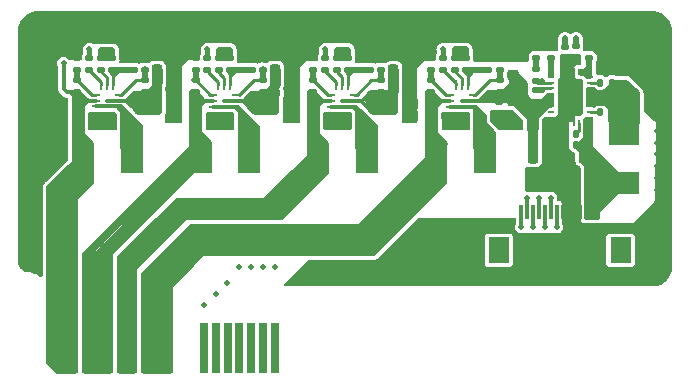
<source format=gbr>
G04 #@! TF.GenerationSoftware,KiCad,Pcbnew,(6.0.0)*
G04 #@! TF.CreationDate,2022-01-13T15:14:10+08:00*
G04 #@! TF.ProjectId,PowerSupply,506f7765-7253-4757-9070-6c792e6b6963,rev?*
G04 #@! TF.SameCoordinates,PX5e56640PY77750e0*
G04 #@! TF.FileFunction,Copper,L4,Bot*
G04 #@! TF.FilePolarity,Positive*
%FSLAX46Y46*%
G04 Gerber Fmt 4.6, Leading zero omitted, Abs format (unit mm)*
G04 Created by KiCad (PCBNEW (6.0.0)) date 2022-01-13 15:14:10*
%MOMM*%
%LPD*%
G01*
G04 APERTURE LIST*
G04 Aperture macros list*
%AMRoundRect*
0 Rectangle with rounded corners*
0 $1 Rounding radius*
0 $2 $3 $4 $5 $6 $7 $8 $9 X,Y pos of 4 corners*
0 Add a 4 corners polygon primitive as box body*
4,1,4,$2,$3,$4,$5,$6,$7,$8,$9,$2,$3,0*
0 Add four circle primitives for the rounded corners*
1,1,$1+$1,$2,$3*
1,1,$1+$1,$4,$5*
1,1,$1+$1,$6,$7*
1,1,$1+$1,$8,$9*
0 Add four rect primitives between the rounded corners*
20,1,$1+$1,$2,$3,$4,$5,0*
20,1,$1+$1,$4,$5,$6,$7,0*
20,1,$1+$1,$6,$7,$8,$9,0*
20,1,$1+$1,$8,$9,$2,$3,0*%
%AMOutline4P*
0 Free polygon, 4 corners , with rotation*
0 The origin of the aperture is its center*
0 number of corners: always 4*
0 $1 to $8 corner X, Y*
0 $9 Rotation angle, in degrees counterclockwise*
0 create outline with 4 corners*
4,1,4,$1,$2,$3,$4,$5,$6,$7,$8,$1,$2,$9*%
G04 Aperture macros list end*
G04 #@! TA.AperFunction,SMDPad,CuDef*
%ADD10R,0.240000X0.600000*%
G04 #@! TD*
G04 #@! TA.AperFunction,SMDPad,CuDef*
%ADD11R,0.600000X0.240000*%
G04 #@! TD*
G04 #@! TA.AperFunction,SMDPad,CuDef*
%ADD12R,2.050000X3.050000*%
G04 #@! TD*
G04 #@! TA.AperFunction,SMDPad,CuDef*
%ADD13R,0.240000X0.990000*%
G04 #@! TD*
G04 #@! TA.AperFunction,SMDPad,CuDef*
%ADD14R,0.517500X0.427500*%
G04 #@! TD*
G04 #@! TA.AperFunction,ConnectorPad*
%ADD15R,0.700000X3.200000*%
G04 #@! TD*
G04 #@! TA.AperFunction,ConnectorPad*
%ADD16R,0.700000X4.300000*%
G04 #@! TD*
G04 #@! TA.AperFunction,SMDPad,CuDef*
%ADD17RoundRect,0.225000X0.225000X0.250000X-0.225000X0.250000X-0.225000X-0.250000X0.225000X-0.250000X0*%
G04 #@! TD*
G04 #@! TA.AperFunction,SMDPad,CuDef*
%ADD18RoundRect,0.140000X0.140000X0.170000X-0.140000X0.170000X-0.140000X-0.170000X0.140000X-0.170000X0*%
G04 #@! TD*
G04 #@! TA.AperFunction,SMDPad,CuDef*
%ADD19RoundRect,0.140000X-0.170000X0.140000X-0.170000X-0.140000X0.170000X-0.140000X0.170000X0.140000X0*%
G04 #@! TD*
G04 #@! TA.AperFunction,SMDPad,CuDef*
%ADD20RoundRect,0.140000X0.170000X-0.140000X0.170000X0.140000X-0.170000X0.140000X-0.170000X-0.140000X0*%
G04 #@! TD*
G04 #@! TA.AperFunction,SMDPad,CuDef*
%ADD21RoundRect,0.140000X-0.140000X-0.170000X0.140000X-0.170000X0.140000X0.170000X-0.140000X0.170000X0*%
G04 #@! TD*
G04 #@! TA.AperFunction,SMDPad,CuDef*
%ADD22RoundRect,0.225000X-0.225000X-0.250000X0.225000X-0.250000X0.225000X0.250000X-0.225000X0.250000X0*%
G04 #@! TD*
G04 #@! TA.AperFunction,SMDPad,CuDef*
%ADD23R,2.500000X1.900000*%
G04 #@! TD*
G04 #@! TA.AperFunction,SMDPad,CuDef*
%ADD24RoundRect,0.135000X0.185000X-0.135000X0.185000X0.135000X-0.185000X0.135000X-0.185000X-0.135000X0*%
G04 #@! TD*
G04 #@! TA.AperFunction,SMDPad,CuDef*
%ADD25RoundRect,0.135000X-0.135000X-0.185000X0.135000X-0.185000X0.135000X0.185000X-0.135000X0.185000X0*%
G04 #@! TD*
G04 #@! TA.AperFunction,SMDPad,CuDef*
%ADD26RoundRect,0.135000X-0.185000X0.135000X-0.185000X-0.135000X0.185000X-0.135000X0.185000X0.135000X0*%
G04 #@! TD*
G04 #@! TA.AperFunction,SMDPad,CuDef*
%ADD27R,0.300000X1.300000*%
G04 #@! TD*
G04 #@! TA.AperFunction,SMDPad,CuDef*
%ADD28R,1.800000X2.200000*%
G04 #@! TD*
G04 #@! TA.AperFunction,SMDPad,CuDef*
%ADD29RoundRect,0.225000X-0.250000X0.225000X-0.250000X-0.225000X0.250000X-0.225000X0.250000X0.225000X0*%
G04 #@! TD*
G04 #@! TA.AperFunction,SMDPad,CuDef*
%ADD30RoundRect,0.225000X0.250000X-0.225000X0.250000X0.225000X-0.250000X0.225000X-0.250000X-0.225000X0*%
G04 #@! TD*
G04 #@! TA.AperFunction,SMDPad,CuDef*
%ADD31R,1.900000X2.500000*%
G04 #@! TD*
G04 #@! TA.AperFunction,SMDPad,CuDef*
%ADD32O,0.750000X0.250000*%
G04 #@! TD*
G04 #@! TA.AperFunction,SMDPad,CuDef*
%ADD33O,0.250000X0.900000*%
G04 #@! TD*
G04 #@! TA.AperFunction,SMDPad,CuDef*
%ADD34O,0.500000X0.300000*%
G04 #@! TD*
G04 #@! TA.AperFunction,SMDPad,CuDef*
%ADD35Outline4P,-0.050000X-0.150000X0.050000X-0.150000X0.050000X0.150000X-0.050000X0.150000X225.000000*%
G04 #@! TD*
G04 #@! TA.AperFunction,SMDPad,CuDef*
%ADD36Outline4P,-0.050000X-0.150000X0.050000X-0.150000X0.050000X0.150000X-0.050000X0.150000X135.000000*%
G04 #@! TD*
G04 #@! TA.AperFunction,SMDPad,CuDef*
%ADD37Outline4P,-0.050000X-0.150000X0.050000X-0.150000X0.050000X0.150000X-0.050000X0.150000X45.000000*%
G04 #@! TD*
G04 #@! TA.AperFunction,SMDPad,CuDef*
%ADD38RoundRect,0.100000X-0.525000X-0.100000X0.525000X-0.100000X0.525000X0.100000X-0.525000X0.100000X0*%
G04 #@! TD*
G04 #@! TA.AperFunction,SMDPad,CuDef*
%ADD39RoundRect,0.147500X-0.172500X0.147500X-0.172500X-0.147500X0.172500X-0.147500X0.172500X0.147500X0*%
G04 #@! TD*
G04 #@! TA.AperFunction,SMDPad,CuDef*
%ADD40RoundRect,0.275000X3.225000X0.275000X-3.225000X0.275000X-3.225000X-0.275000X3.225000X-0.275000X0*%
G04 #@! TD*
G04 #@! TA.AperFunction,SMDPad,CuDef*
%ADD41RoundRect,0.275000X0.275000X-3.225000X0.275000X3.225000X-0.275000X3.225000X-0.275000X-3.225000X0*%
G04 #@! TD*
G04 #@! TA.AperFunction,ViaPad*
%ADD42C,0.500000*%
G04 #@! TD*
G04 #@! TA.AperFunction,Conductor*
%ADD43C,0.250000*%
G04 #@! TD*
G04 #@! TA.AperFunction,Conductor*
%ADD44C,0.500000*%
G04 #@! TD*
G04 #@! TA.AperFunction,Conductor*
%ADD45C,0.700000*%
G04 #@! TD*
G04 #@! TA.AperFunction,Conductor*
%ADD46C,0.450000*%
G04 #@! TD*
G04 #@! TA.AperFunction,Conductor*
%ADD47C,0.350000*%
G04 #@! TD*
G04 #@! TA.AperFunction,Conductor*
%ADD48C,0.150000*%
G04 #@! TD*
G04 #@! TA.AperFunction,Conductor*
%ADD49C,0.900000*%
G04 #@! TD*
G04 #@! TA.AperFunction,Conductor*
%ADD50C,0.600000*%
G04 #@! TD*
G04 #@! TA.AperFunction,Conductor*
%ADD51C,0.300000*%
G04 #@! TD*
G04 APERTURE END LIST*
D10*
G04 #@! TO.P,U1,1,VCC*
G04 #@! TO.N,Net-(C4-Pad1)*
X57820000Y28470000D03*
D11*
G04 #@! TO.P,U1,2,EN*
X58720000Y28070000D03*
G04 #@! TO.P,U1,3,FSW*
G04 #@! TO.N,Net-(R7-Pad1)*
X58720000Y27570000D03*
G04 #@! TO.P,U1,4,SW_7*
G04 #@! TO.N,Net-(C39-Pad2)*
X58720000Y27070000D03*
G04 #@! TO.P,U1,5,SW_4*
X58720000Y26570000D03*
G04 #@! TO.P,U1,6,SW_5*
X58720000Y26070000D03*
G04 #@! TO.P,U1,7,SW_6*
X58720000Y25570000D03*
G04 #@! TO.P,U1,8,BOOT*
G04 #@! TO.N,Net-(C39-Pad1)*
X58720000Y25070000D03*
G04 #@! TO.P,U1,9,VIN*
G04 #@! TO.N,BAT+*
X58720000Y24570000D03*
D10*
G04 #@! TO.P,U1,10,SS*
G04 #@! TO.N,Net-(C6-Pad1)*
X57820000Y24170000D03*
G04 #@! TO.P,U1,11,NC_11*
G04 #@! TO.N,GND*
X56320000Y24170000D03*
D11*
G04 #@! TO.P,U1,12,NC_12*
X55420000Y24570000D03*
G04 #@! TO.P,U1,13,MODE*
G04 #@! TO.N,unconnected-(U1-Pad13)*
X55420000Y25070000D03*
G04 #@! TO.P,U1,14,VOUT_16*
G04 #@! TO.N,+5V*
X55420000Y25570000D03*
G04 #@! TO.P,U1,15,VOUT_14*
X55420000Y26070000D03*
G04 #@! TO.P,U1,16,VOUT_15*
X55420000Y26570000D03*
G04 #@! TO.P,U1,17,FB*
G04 #@! TO.N,Net-(R34-Pad2)*
X55420000Y27070000D03*
G04 #@! TO.P,U1,18,COMP*
G04 #@! TO.N,Net-(C3-Pad1)*
X55420000Y27570000D03*
G04 #@! TO.P,U1,19,ILIM*
G04 #@! TO.N,Net-(R2-Pad1)*
X55420000Y28070000D03*
D10*
G04 #@! TO.P,U1,20,AGND*
G04 #@! TO.N,GND*
X56320000Y28470000D03*
D12*
G04 #@! TO.P,U1,21,PGND*
X57070000Y26320000D03*
D13*
X57340000Y24360000D03*
D14*
X57070000Y24580000D03*
D13*
X56790000Y28275000D03*
D14*
X57070000Y28040000D03*
D13*
X57340000Y28275000D03*
X56790000Y24360000D03*
G04 #@! TD*
D15*
G04 #@! TO.P,PCI1,A1*
G04 #@! TO.N,+1V2*
X13050000Y5600000D03*
D16*
G04 #@! TO.P,PCI1,A2*
X14050000Y5050000D03*
G04 #@! TO.P,PCI1,A3*
X15050000Y5050000D03*
G04 #@! TO.P,PCI1,A4*
G04 #@! TO.N,+1V5*
X16050000Y5050000D03*
G04 #@! TO.P,PCI1,A5*
X17050000Y5050000D03*
G04 #@! TO.P,PCI1,A6*
X18050000Y5050000D03*
G04 #@! TO.P,PCI1,A7*
G04 #@! TO.N,+2V5*
X19050000Y5050000D03*
G04 #@! TO.P,PCI1,A8*
X20050000Y5050000D03*
G04 #@! TO.P,PCI1,A9*
G04 #@! TO.N,+3V3*
X21050000Y5050000D03*
G04 #@! TO.P,PCI1,A10*
X22050000Y5050000D03*
G04 #@! TO.P,PCI1,A11*
X23050000Y5050000D03*
G04 #@! TO.P,PCI1,A12*
G04 #@! TO.N,unconnected-(PCI1-PadA12)*
X26050000Y5050000D03*
G04 #@! TO.P,PCI1,A13*
G04 #@! TO.N,unconnected-(PCI1-PadA13)*
X27050000Y5050000D03*
G04 #@! TO.P,PCI1,A14*
G04 #@! TO.N,unconnected-(PCI1-PadA14)*
X28050000Y5050000D03*
G04 #@! TO.P,PCI1,A15*
G04 #@! TO.N,unconnected-(PCI1-PadA15)*
X29050000Y5050000D03*
G04 #@! TO.P,PCI1,A16*
G04 #@! TO.N,unconnected-(PCI1-PadA16)*
X30050000Y5050000D03*
G04 #@! TO.P,PCI1,A17*
G04 #@! TO.N,unconnected-(PCI1-PadA17)*
X31050000Y5050000D03*
G04 #@! TO.P,PCI1,A18*
G04 #@! TO.N,unconnected-(PCI1-PadA18)*
X32050000Y5050000D03*
G04 #@! TD*
D17*
G04 #@! TO.P,C1,1*
G04 #@! TO.N,BAT+*
X58255000Y21210000D03*
G04 #@! TO.P,C1,2*
G04 #@! TO.N,GND*
X56705000Y21210000D03*
G04 #@! TD*
D18*
G04 #@! TO.P,C2,1*
G04 #@! TO.N,BAT+*
X57520000Y22320000D03*
G04 #@! TO.P,C2,2*
G04 #@! TO.N,GND*
X56560000Y22320000D03*
G04 #@! TD*
D19*
G04 #@! TO.P,C3,1*
G04 #@! TO.N,Net-(C3-Pad1)*
X56600000Y30610000D03*
G04 #@! TO.P,C3,2*
G04 #@! TO.N,GND*
X56600000Y29650000D03*
G04 #@! TD*
D20*
G04 #@! TO.P,C4,1*
G04 #@! TO.N,Net-(C4-Pad1)*
X58680000Y29650000D03*
G04 #@! TO.P,C4,2*
G04 #@! TO.N,GND*
X58680000Y30610000D03*
G04 #@! TD*
G04 #@! TO.P,C5,1*
G04 #@! TO.N,Net-(C5-Pad1)*
X54140000Y29650000D03*
G04 #@! TO.P,C5,2*
G04 #@! TO.N,GND*
X54140000Y30610000D03*
G04 #@! TD*
D18*
G04 #@! TO.P,C6,1*
G04 #@! TO.N,Net-(C6-Pad1)*
X57520000Y23240000D03*
G04 #@! TO.P,C6,2*
G04 #@! TO.N,GND*
X56560000Y23240000D03*
G04 #@! TD*
D21*
G04 #@! TO.P,C39,1*
G04 #@! TO.N,Net-(C39-Pad1)*
X59580000Y25060000D03*
G04 #@! TO.P,C39,2*
G04 #@! TO.N,Net-(C39-Pad2)*
X60540000Y25060000D03*
G04 #@! TD*
D22*
G04 #@! TO.P,C40,1*
G04 #@! TO.N,+5V*
X53895000Y23250000D03*
G04 #@! TO.P,C40,2*
G04 #@! TO.N,GND*
X55445000Y23250000D03*
G04 #@! TD*
G04 #@! TO.P,C41,1*
G04 #@! TO.N,+5V*
X53905000Y22230000D03*
G04 #@! TO.P,C41,2*
G04 #@! TO.N,GND*
X55455000Y22230000D03*
G04 #@! TD*
D23*
G04 #@! TO.P,L1,1,1*
G04 #@! TO.N,BAT+*
X61620000Y19070000D03*
G04 #@! TO.P,L1,2,2*
G04 #@! TO.N,Net-(C39-Pad2)*
X61620000Y23170000D03*
G04 #@! TD*
D24*
G04 #@! TO.P,R1,1*
G04 #@! TO.N,Net-(C3-Pad1)*
X54140000Y27710000D03*
G04 #@! TO.P,R1,2*
G04 #@! TO.N,Net-(C5-Pad1)*
X54140000Y28730000D03*
G04 #@! TD*
G04 #@! TO.P,R2,1*
G04 #@! TO.N,Net-(R2-Pad1)*
X55420000Y29620000D03*
G04 #@! TO.P,R2,2*
G04 #@! TO.N,GND*
X55420000Y30640000D03*
G04 #@! TD*
D25*
G04 #@! TO.P,R7,1*
G04 #@! TO.N,Net-(R7-Pad1)*
X59550000Y27570000D03*
G04 #@! TO.P,R7,2*
G04 #@! TO.N,Net-(C39-Pad2)*
X60570000Y27570000D03*
G04 #@! TD*
D26*
G04 #@! TO.P,R8,1*
G04 #@! TO.N,Net-(R34-Pad2)*
X54140000Y26940000D03*
G04 #@! TO.P,R8,2*
G04 #@! TO.N,+5V*
X54140000Y25920000D03*
G04 #@! TD*
D24*
G04 #@! TO.P,R34,1*
G04 #@! TO.N,GND*
X57560000Y29620000D03*
G04 #@! TO.P,R34,2*
G04 #@! TO.N,Net-(R34-Pad2)*
X57560000Y30640000D03*
G04 #@! TD*
D27*
G04 #@! TO.P,J1,1,Pin_1*
G04 #@! TO.N,BAT+*
X59420000Y16605000D03*
G04 #@! TO.P,J1,2,Pin_2*
X58920000Y16605000D03*
G04 #@! TO.P,J1,3,Pin_3*
X58420000Y16605000D03*
G04 #@! TO.P,J1,4,Pin_4*
G04 #@! TO.N,GND*
X57920000Y16605000D03*
G04 #@! TO.P,J1,5,Pin_5*
X57420000Y16605000D03*
G04 #@! TO.P,J1,6,Pin_6*
X56920000Y16605000D03*
G04 #@! TO.P,J1,7,Pin_7*
X56420000Y16605000D03*
G04 #@! TO.P,J1,8,Pin_8*
G04 #@! TO.N,BAT_CHG*
X55920000Y16605000D03*
G04 #@! TO.P,J1,9,Pin_9*
G04 #@! TO.N,BAT_PG*
X55420000Y16605000D03*
G04 #@! TO.P,J1,10,Pin_10*
G04 #@! TO.N,BAT_ISET*
X54920000Y16605000D03*
G04 #@! TO.P,J1,11,Pin_11*
G04 #@! TO.N,REG_POWER*
X54420000Y16605000D03*
G04 #@! TO.P,J1,12,Pin_12*
G04 #@! TO.N,REG_CHG*
X53920000Y16605000D03*
G04 #@! TO.P,J1,13,Pin_13*
G04 #@! TO.N,REG_EN1*
X53420000Y16605000D03*
G04 #@! TO.P,J1,14,Pin_14*
G04 #@! TO.N,REG_EN2*
X52920000Y16605000D03*
D28*
G04 #@! TO.P,J1,MP*
G04 #@! TO.N,N/C*
X51020000Y13355000D03*
X61320000Y13355000D03*
G04 #@! TD*
D22*
G04 #@! TO.P,C42,1*
G04 #@! TO.N,+5V*
X53905000Y21210000D03*
G04 #@! TO.P,C42,2*
G04 #@! TO.N,GND*
X55455000Y21210000D03*
G04 #@! TD*
G04 #@! TO.P,C7,1*
G04 #@! TO.N,+5V*
X42095000Y28630000D03*
G04 #@! TO.P,C7,2*
G04 #@! TO.N,GND*
X43645000Y28630000D03*
G04 #@! TD*
G04 #@! TO.P,C8,1*
G04 #@! TO.N,+5V*
X32085000Y27620000D03*
G04 #@! TO.P,C8,2*
G04 #@! TO.N,GND*
X33635000Y27620000D03*
G04 #@! TD*
D19*
G04 #@! TO.P,C9,1*
G04 #@! TO.N,+5V*
X51070000Y25960000D03*
G04 #@! TO.P,C9,2*
G04 #@! TO.N,GND*
X51070000Y25000000D03*
G04 #@! TD*
D20*
G04 #@! TO.P,C10,1*
G04 #@! TO.N,Net-(C10-Pad1)*
X20090000Y28660000D03*
G04 #@! TO.P,C10,2*
G04 #@! TO.N,GND*
X20090000Y29620000D03*
G04 #@! TD*
D19*
G04 #@! TO.P,C11,1*
G04 #@! TO.N,+1V2*
X16340000Y29620000D03*
G04 #@! TO.P,C11,2*
G04 #@! TO.N,Net-(C11-Pad2)*
X16340000Y28660000D03*
G04 #@! TD*
D17*
G04 #@! TO.P,C12,1*
G04 #@! TO.N,+1V2*
X15345000Y25720001D03*
G04 #@! TO.P,C12,2*
G04 #@! TO.N,GND*
X13795000Y25720001D03*
G04 #@! TD*
G04 #@! TO.P,C13,1*
G04 #@! TO.N,+1V2*
X15330000Y24690000D03*
G04 #@! TO.P,C13,2*
G04 #@! TO.N,GND*
X13780000Y24690000D03*
G04 #@! TD*
D22*
G04 #@! TO.P,C14,1*
G04 #@! TO.N,+5V*
X22065000Y28640000D03*
G04 #@! TO.P,C14,2*
G04 #@! TO.N,GND*
X23615000Y28640000D03*
G04 #@! TD*
G04 #@! TO.P,C15,1*
G04 #@! TO.N,+5V*
X32084999Y28639999D03*
G04 #@! TO.P,C15,2*
G04 #@! TO.N,GND*
X33634999Y28639999D03*
G04 #@! TD*
D29*
G04 #@! TO.P,C16,1*
G04 #@! TO.N,+5V*
X52230000Y25985000D03*
G04 #@! TO.P,C16,2*
G04 #@! TO.N,GND*
X52230000Y24435000D03*
G04 #@! TD*
D22*
G04 #@! TO.P,C17,1*
G04 #@! TO.N,+5V*
X42095000Y27610000D03*
G04 #@! TO.P,C17,2*
G04 #@! TO.N,GND*
X43645000Y27610000D03*
G04 #@! TD*
D21*
G04 #@! TO.P,C18,1*
G04 #@! TO.N,+5V*
X22230000Y26630000D03*
G04 #@! TO.P,C18,2*
G04 #@! TO.N,GND*
X23190000Y26630000D03*
G04 #@! TD*
G04 #@! TO.P,C19,1*
G04 #@! TO.N,+5V*
X32210000Y26650000D03*
G04 #@! TO.P,C19,2*
G04 #@! TO.N,GND*
X33170000Y26650000D03*
G04 #@! TD*
D20*
G04 #@! TO.P,C20,1*
G04 #@! TO.N,Net-(C20-Pad1)*
X30119999Y28660000D03*
G04 #@! TO.P,C20,2*
G04 #@! TO.N,GND*
X30119999Y29620000D03*
G04 #@! TD*
G04 #@! TO.P,C21,1*
G04 #@! TO.N,Net-(C21-Pad1)*
X40100000Y28660000D03*
G04 #@! TO.P,C21,2*
G04 #@! TO.N,GND*
X40100000Y29620000D03*
G04 #@! TD*
D19*
G04 #@! TO.P,C22,1*
G04 #@! TO.N,+1V5*
X26350000Y29620000D03*
G04 #@! TO.P,C22,2*
G04 #@! TO.N,Net-(C22-Pad2)*
X26350000Y28660000D03*
G04 #@! TD*
G04 #@! TO.P,C23,1*
G04 #@! TO.N,+2V5*
X36320000Y29620000D03*
G04 #@! TO.P,C23,2*
G04 #@! TO.N,Net-(C23-Pad2)*
X36320000Y28660000D03*
G04 #@! TD*
D17*
G04 #@! TO.P,C24,1*
G04 #@! TO.N,+1V5*
X25355000Y24700000D03*
G04 #@! TO.P,C24,2*
G04 #@! TO.N,GND*
X23805000Y24700000D03*
G04 #@! TD*
G04 #@! TO.P,C25,1*
G04 #@! TO.N,+2V5*
X35315000Y25720001D03*
G04 #@! TO.P,C25,2*
G04 #@! TO.N,GND*
X33765000Y25720001D03*
G04 #@! TD*
G04 #@! TO.P,C26,1*
G04 #@! TO.N,+1V5*
X25355000Y25720001D03*
G04 #@! TO.P,C26,2*
G04 #@! TO.N,GND*
X23805000Y25720001D03*
G04 #@! TD*
G04 #@! TO.P,C27,1*
G04 #@! TO.N,+2V5*
X35315000Y24700000D03*
G04 #@! TO.P,C27,2*
G04 #@! TO.N,GND*
X33765000Y24700000D03*
G04 #@! TD*
D30*
G04 #@! TO.P,C28,1*
G04 #@! TO.N,+5V*
X52230000Y28245000D03*
G04 #@! TO.P,C28,2*
G04 #@! TO.N,GND*
X52230000Y29795000D03*
G04 #@! TD*
D22*
G04 #@! TO.P,C29,1*
G04 #@! TO.N,+5V*
X22065000Y27620000D03*
G04 #@! TO.P,C29,2*
G04 #@! TO.N,GND*
X23615000Y27620000D03*
G04 #@! TD*
D21*
G04 #@! TO.P,C30,1*
G04 #@! TO.N,+5V*
X42260000Y26650000D03*
G04 #@! TO.P,C30,2*
G04 #@! TO.N,GND*
X43220000Y26650000D03*
G04 #@! TD*
D20*
G04 #@! TO.P,C31,1*
G04 #@! TO.N,Net-(C31-Pad1)*
X50100000Y28670000D03*
G04 #@! TO.P,C31,2*
G04 #@! TO.N,GND*
X50100000Y29630000D03*
G04 #@! TD*
D19*
G04 #@! TO.P,C32,1*
G04 #@! TO.N,+3V3*
X46280000Y29620000D03*
G04 #@! TO.P,C32,2*
G04 #@! TO.N,Net-(C32-Pad2)*
X46280000Y28660000D03*
G04 #@! TD*
D17*
G04 #@! TO.P,C33,1*
G04 #@! TO.N,+3V3*
X45315000Y24700000D03*
G04 #@! TO.P,C33,2*
G04 #@! TO.N,GND*
X43765000Y24700000D03*
G04 #@! TD*
G04 #@! TO.P,C34,1*
G04 #@! TO.N,+3V3*
X45315000Y25720001D03*
G04 #@! TO.P,C34,2*
G04 #@! TO.N,GND*
X43765000Y25720001D03*
G04 #@! TD*
D31*
G04 #@! TO.P,L2,1,1*
G04 #@! TO.N,Net-(L2-Pad1)*
X19920000Y21200000D03*
G04 #@! TO.P,L2,2,2*
G04 #@! TO.N,+1V2*
X15820000Y21200000D03*
G04 #@! TD*
G04 #@! TO.P,L3,1,1*
G04 #@! TO.N,Net-(L3-Pad1)*
X29860000Y21200000D03*
G04 #@! TO.P,L3,2,2*
G04 #@! TO.N,+1V5*
X25760000Y21200000D03*
G04 #@! TD*
G04 #@! TO.P,L4,1,1*
G04 #@! TO.N,Net-(L4-Pad1)*
X39820000Y21200000D03*
G04 #@! TO.P,L4,2,2*
G04 #@! TO.N,+2V5*
X35720000Y21200000D03*
G04 #@! TD*
G04 #@! TO.P,L5,1,1*
G04 #@! TO.N,Net-(L5-Pad1)*
X49830000Y21200000D03*
G04 #@! TO.P,L5,2,2*
G04 #@! TO.N,+3V3*
X45730000Y21200000D03*
G04 #@! TD*
D26*
G04 #@! TO.P,R3,1*
G04 #@! TO.N,+5V*
X18280000Y29650000D03*
G04 #@! TO.P,R3,2*
G04 #@! TO.N,Net-(C10-Pad1)*
X18280000Y28630000D03*
G04 #@! TD*
D24*
G04 #@! TO.P,R4,1*
G04 #@! TO.N,Net-(C10-Pad1)*
X19220000Y28630000D03*
G04 #@! TO.P,R4,2*
G04 #@! TO.N,GND*
X19220000Y29650000D03*
G04 #@! TD*
G04 #@! TO.P,R5,1*
G04 #@! TO.N,+5V*
X21020000Y26800000D03*
G04 #@! TO.P,R5,2*
G04 #@! TO.N,PG_1.2*
X21020000Y27820000D03*
G04 #@! TD*
D26*
G04 #@! TO.P,R6,1*
G04 #@! TO.N,+5V*
X17360000Y29650000D03*
G04 #@! TO.P,R6,2*
G04 #@! TO.N,Net-(R6-Pad2)*
X17360000Y28630000D03*
G04 #@! TD*
D24*
G04 #@! TO.P,R9,1*
G04 #@! TO.N,+1V2*
X15330000Y26770000D03*
G04 #@! TO.P,R9,2*
G04 #@! TO.N,Net-(R10-Pad1)*
X15330000Y27790000D03*
G04 #@! TD*
G04 #@! TO.P,R10,1*
G04 #@! TO.N,Net-(R10-Pad1)*
X15330000Y28630000D03*
G04 #@! TO.P,R10,2*
G04 #@! TO.N,GND*
X15330000Y29650000D03*
G04 #@! TD*
D26*
G04 #@! TO.P,R11,1*
G04 #@! TO.N,+5V*
X28250000Y29650000D03*
G04 #@! TO.P,R11,2*
G04 #@! TO.N,Net-(C20-Pad1)*
X28250000Y28630000D03*
G04 #@! TD*
D24*
G04 #@! TO.P,R12,1*
G04 #@! TO.N,Net-(C20-Pad1)*
X29239999Y28630000D03*
G04 #@! TO.P,R12,2*
G04 #@! TO.N,GND*
X29239999Y29650000D03*
G04 #@! TD*
D26*
G04 #@! TO.P,R13,1*
G04 #@! TO.N,+5V*
X38240000Y29650000D03*
G04 #@! TO.P,R13,2*
G04 #@! TO.N,Net-(C21-Pad1)*
X38240000Y28630000D03*
G04 #@! TD*
D24*
G04 #@! TO.P,R14,1*
G04 #@! TO.N,Net-(C21-Pad1)*
X39230000Y28630000D03*
G04 #@! TO.P,R14,2*
G04 #@! TO.N,GND*
X39230000Y29650000D03*
G04 #@! TD*
G04 #@! TO.P,R15,1*
G04 #@! TO.N,+5V*
X31010000Y26800000D03*
G04 #@! TO.P,R15,2*
G04 #@! TO.N,PG_1.5*
X31010000Y27820000D03*
G04 #@! TD*
G04 #@! TO.P,R16,1*
G04 #@! TO.N,+5V*
X41060000Y26800000D03*
G04 #@! TO.P,R16,2*
G04 #@! TO.N,PG_2.5*
X41060000Y27820000D03*
G04 #@! TD*
D26*
G04 #@! TO.P,R17,1*
G04 #@! TO.N,+5V*
X27350001Y29650000D03*
G04 #@! TO.P,R17,2*
G04 #@! TO.N,Net-(R17-Pad2)*
X27350001Y28630000D03*
G04 #@! TD*
G04 #@! TO.P,R18,1*
G04 #@! TO.N,+5V*
X37320000Y29650000D03*
G04 #@! TO.P,R18,2*
G04 #@! TO.N,Net-(R18-Pad2)*
X37320000Y28630000D03*
G04 #@! TD*
D24*
G04 #@! TO.P,R19,1*
G04 #@! TO.N,+1V5*
X25349999Y26770000D03*
G04 #@! TO.P,R19,2*
G04 #@! TO.N,Net-(R19-Pad2)*
X25349999Y27790000D03*
G04 #@! TD*
G04 #@! TO.P,R20,1*
G04 #@! TO.N,Net-(R19-Pad2)*
X25350000Y28630000D03*
G04 #@! TO.P,R20,2*
G04 #@! TO.N,GND*
X25350000Y29650000D03*
G04 #@! TD*
G04 #@! TO.P,R21,1*
G04 #@! TO.N,+2V5*
X35280000Y26770000D03*
G04 #@! TO.P,R21,2*
G04 #@! TO.N,Net-(R21-Pad2)*
X35280000Y27790000D03*
G04 #@! TD*
G04 #@! TO.P,R22,1*
G04 #@! TO.N,Net-(R21-Pad2)*
X35280000Y28630000D03*
G04 #@! TO.P,R22,2*
G04 #@! TO.N,GND*
X35280000Y29650000D03*
G04 #@! TD*
D26*
G04 #@! TO.P,R23,1*
G04 #@! TO.N,+5V*
X48250000Y29650000D03*
G04 #@! TO.P,R23,2*
G04 #@! TO.N,Net-(C31-Pad1)*
X48250000Y28630000D03*
G04 #@! TD*
D24*
G04 #@! TO.P,R24,1*
G04 #@! TO.N,Net-(C31-Pad1)*
X49220000Y28640000D03*
G04 #@! TO.P,R24,2*
G04 #@! TO.N,GND*
X49220000Y29660000D03*
G04 #@! TD*
G04 #@! TO.P,R25,1*
G04 #@! TO.N,+5V*
X51080000Y26800000D03*
G04 #@! TO.P,R25,2*
G04 #@! TO.N,PG_3.3*
X51080000Y27820000D03*
G04 #@! TD*
D26*
G04 #@! TO.P,R26,1*
G04 #@! TO.N,+5V*
X47310000Y29650000D03*
G04 #@! TO.P,R26,2*
G04 #@! TO.N,Net-(R26-Pad2)*
X47310000Y28630000D03*
G04 #@! TD*
D24*
G04 #@! TO.P,R27,1*
G04 #@! TO.N,+3V3*
X45300000Y26770000D03*
G04 #@! TO.P,R27,2*
G04 #@! TO.N,Net-(R27-Pad2)*
X45300000Y27790000D03*
G04 #@! TD*
G04 #@! TO.P,R28,1*
G04 #@! TO.N,Net-(R27-Pad2)*
X45300000Y28630000D03*
G04 #@! TO.P,R28,2*
G04 #@! TO.N,GND*
X45300000Y29650000D03*
G04 #@! TD*
D32*
G04 #@! TO.P,U2,1,SW*
G04 #@! TO.N,Net-(L2-Pad1)*
X16885000Y25540000D03*
G04 #@! TO.P,U2,2,OUT*
G04 #@! TO.N,+1V2*
X16885000Y26040000D03*
G04 #@! TO.P,U2,3,FB*
G04 #@! TO.N,Net-(R10-Pad1)*
X16885000Y26540000D03*
D33*
G04 #@! TO.P,U2,4,Ramp*
G04 #@! TO.N,Net-(C11-Pad2)*
X17360000Y27390000D03*
G04 #@! TO.P,U2,5,EN*
G04 #@! TO.N,Net-(R6-Pad2)*
X17860000Y27390000D03*
G04 #@! TO.P,U2,6,MODE*
G04 #@! TO.N,Net-(C10-Pad1)*
X18360000Y27390000D03*
D32*
G04 #@! TO.P,U2,7,PG*
G04 #@! TO.N,PG_1.2*
X18835000Y26540000D03*
G04 #@! TO.P,U2,8,VIN*
G04 #@! TO.N,+5V*
X18190000Y26040000D03*
X18430000Y26040000D03*
X18835000Y26040000D03*
D34*
X17860000Y26040000D03*
D32*
G04 #@! TO.P,U2,9,SW*
G04 #@! TO.N,Net-(L2-Pad1)*
X18835000Y25540000D03*
D33*
G04 #@! TO.P,U2,10,GND*
G04 #@! TO.N,GND*
X18360000Y24690000D03*
D35*
X18240000Y24720000D03*
D36*
X17990000Y24730000D03*
D37*
X17730000Y24730000D03*
D36*
X17490000Y24730000D03*
D38*
X17860000Y24940000D03*
D33*
G04 #@! TO.P,U2,11,GND*
X17860000Y24690000D03*
G04 #@! TO.P,U2,12,GND*
X17360000Y24690000D03*
G04 #@! TD*
D32*
G04 #@! TO.P,U3,1,SW*
G04 #@! TO.N,Net-(L3-Pad1)*
X26805000Y25529999D03*
G04 #@! TO.P,U3,2,OUT*
G04 #@! TO.N,+1V5*
X26805000Y26029999D03*
G04 #@! TO.P,U3,3,FB*
G04 #@! TO.N,Net-(R19-Pad2)*
X26805000Y26529999D03*
D33*
G04 #@! TO.P,U3,4,Ramp*
G04 #@! TO.N,Net-(C22-Pad2)*
X27280000Y27379999D03*
G04 #@! TO.P,U3,5,EN*
G04 #@! TO.N,Net-(R17-Pad2)*
X27780000Y27379999D03*
G04 #@! TO.P,U3,6,MODE*
G04 #@! TO.N,Net-(C20-Pad1)*
X28280000Y27379999D03*
D32*
G04 #@! TO.P,U3,7,PG*
G04 #@! TO.N,PG_1.5*
X28755000Y26529999D03*
G04 #@! TO.P,U3,8,VIN*
G04 #@! TO.N,+5V*
X28350000Y26029999D03*
D34*
X27780000Y26029999D03*
D32*
X28110000Y26029999D03*
X28755000Y26029999D03*
G04 #@! TO.P,U3,9,SW*
G04 #@! TO.N,Net-(L3-Pad1)*
X28755000Y25529999D03*
D36*
G04 #@! TO.P,U3,10,GND*
G04 #@! TO.N,GND*
X27910000Y24719999D03*
X27410000Y24719999D03*
D37*
X27650000Y24719999D03*
D33*
X28280000Y24679999D03*
D35*
X28160000Y24709999D03*
D38*
X27780000Y24929999D03*
D33*
G04 #@! TO.P,U3,11,GND*
X27780000Y24679999D03*
G04 #@! TO.P,U3,12,GND*
X27280000Y24679999D03*
G04 #@! TD*
D32*
G04 #@! TO.P,U4,1,SW*
G04 #@! TO.N,Net-(L4-Pad1)*
X36795000Y25529999D03*
G04 #@! TO.P,U4,2,OUT*
G04 #@! TO.N,+2V5*
X36795000Y26029999D03*
G04 #@! TO.P,U4,3,FB*
G04 #@! TO.N,Net-(R21-Pad2)*
X36795000Y26529999D03*
D33*
G04 #@! TO.P,U4,4,Ramp*
G04 #@! TO.N,Net-(C23-Pad2)*
X37270000Y27379999D03*
G04 #@! TO.P,U4,5,EN*
G04 #@! TO.N,Net-(R18-Pad2)*
X37770000Y27379999D03*
G04 #@! TO.P,U4,6,MODE*
G04 #@! TO.N,Net-(C21-Pad1)*
X38270000Y27379999D03*
D32*
G04 #@! TO.P,U4,7,PG*
G04 #@! TO.N,PG_2.5*
X38745000Y26529999D03*
G04 #@! TO.P,U4,8,VIN*
G04 #@! TO.N,+5V*
X38340000Y26029999D03*
X38100000Y26029999D03*
D34*
X37770000Y26029999D03*
D32*
X38745000Y26029999D03*
G04 #@! TO.P,U4,9,SW*
G04 #@! TO.N,Net-(L4-Pad1)*
X38745000Y25529999D03*
D36*
G04 #@! TO.P,U4,10,GND*
G04 #@! TO.N,GND*
X37400000Y24719999D03*
D38*
X37770000Y24929999D03*
D36*
X37900000Y24719999D03*
D33*
X38270000Y24679999D03*
D37*
X37640000Y24719999D03*
D35*
X38150000Y24709999D03*
D33*
G04 #@! TO.P,U4,11,GND*
X37770000Y24679999D03*
G04 #@! TO.P,U4,12,GND*
X37270000Y24679999D03*
G04 #@! TD*
D32*
G04 #@! TO.P,U5,1,SW*
G04 #@! TO.N,Net-(L5-Pad1)*
X46895000Y25529999D03*
G04 #@! TO.P,U5,2,OUT*
G04 #@! TO.N,+3V3*
X46895000Y26029999D03*
G04 #@! TO.P,U5,3,FB*
G04 #@! TO.N,Net-(R27-Pad2)*
X46895000Y26529999D03*
D33*
G04 #@! TO.P,U5,4,Ramp*
G04 #@! TO.N,Net-(C32-Pad2)*
X47370000Y27379999D03*
G04 #@! TO.P,U5,5,EN*
G04 #@! TO.N,Net-(R26-Pad2)*
X47870000Y27379999D03*
G04 #@! TO.P,U5,6,MODE*
G04 #@! TO.N,Net-(C31-Pad1)*
X48370000Y27379999D03*
D32*
G04 #@! TO.P,U5,7,PG*
G04 #@! TO.N,PG_3.3*
X48845000Y26529999D03*
G04 #@! TO.P,U5,8,VIN*
G04 #@! TO.N,+5V*
X48200000Y26029999D03*
D34*
X47870000Y26029999D03*
D32*
X48845000Y26029999D03*
X48440000Y26029999D03*
G04 #@! TO.P,U5,9,SW*
G04 #@! TO.N,Net-(L5-Pad1)*
X48845000Y25529999D03*
D38*
G04 #@! TO.P,U5,10,GND*
G04 #@! TO.N,GND*
X47870000Y24929999D03*
D33*
X48370000Y24679999D03*
D36*
X47500000Y24719999D03*
D35*
X48250000Y24709999D03*
D36*
X48000000Y24719999D03*
D37*
X47740000Y24719999D03*
D33*
G04 #@! TO.P,U5,11,GND*
X47870000Y24679999D03*
G04 #@! TO.P,U5,12,GND*
X47370000Y24679999D03*
G04 #@! TD*
D39*
G04 #@! TO.P,D1,1,K*
G04 #@! TO.N,GND*
X21020000Y29625000D03*
G04 #@! TO.P,D1,2,A*
G04 #@! TO.N,PG_1.2*
X21020000Y28655000D03*
G04 #@! TD*
G04 #@! TO.P,D2,1,K*
G04 #@! TO.N,GND*
X31010000Y29605000D03*
G04 #@! TO.P,D2,2,A*
G04 #@! TO.N,PG_1.5*
X31010000Y28635000D03*
G04 #@! TD*
G04 #@! TO.P,D3,1,K*
G04 #@! TO.N,GND*
X41060000Y29625000D03*
G04 #@! TO.P,D3,2,A*
G04 #@! TO.N,PG_2.5*
X41060000Y28655000D03*
G04 #@! TD*
G04 #@! TO.P,D4,1,K*
G04 #@! TO.N,GND*
X51080000Y29635000D03*
G04 #@! TO.P,D4,2,A*
G04 #@! TO.N,PG_3.3*
X51080000Y28665000D03*
G04 #@! TD*
D40*
G04 #@! TO.P,J2,1,Pin_1*
G04 #@! TO.N,GND*
X58640000Y32810000D03*
G04 #@! TD*
D41*
G04 #@! TO.P,J3,1,Pin_1*
G04 #@! TO.N,GND*
X64920000Y16860000D03*
G04 #@! TD*
D40*
G04 #@! TO.P,J4,1,Pin_1*
G04 #@! TO.N,GND*
X44933334Y32810000D03*
G04 #@! TD*
D41*
G04 #@! TO.P,J6,1,Pin_1*
G04 #@! TO.N,GND*
X64920000Y26220000D03*
G04 #@! TD*
G04 #@! TO.P,J7,1,Pin_1*
G04 #@! TO.N,GND*
X11190000Y16860000D03*
G04 #@! TD*
D40*
G04 #@! TO.P,J8,1,Pin_1*
G04 #@! TO.N,GND*
X31226668Y32810000D03*
G04 #@! TD*
G04 #@! TO.P,J9,1,Pin_1*
G04 #@! TO.N,GND*
X44933334Y11090000D03*
G04 #@! TD*
D41*
G04 #@! TO.P,J10,1,Pin_1*
G04 #@! TO.N,GND*
X11190000Y26530000D03*
G04 #@! TD*
D40*
G04 #@! TO.P,J11,1,Pin_1*
G04 #@! TO.N,GND*
X17520000Y32810000D03*
G04 #@! TD*
D42*
G04 #@! TO.N,GND*
X11690000Y29590000D03*
X10690000Y29590000D03*
X65390000Y29490000D03*
X64390000Y29490000D03*
X57429999Y14305001D03*
X57970000Y15005000D03*
X56870000Y15005001D03*
X56880000Y14305001D03*
X57980000Y14305000D03*
X57419999Y15005001D03*
X57970000Y13605000D03*
X57419999Y13605001D03*
X56880000Y12905001D03*
X57980000Y12905000D03*
X56870000Y13605001D03*
X57429999Y12905001D03*
X58680000Y12905001D03*
X59219999Y13605001D03*
X59770000Y13605000D03*
X59780000Y12905000D03*
X58670000Y13605001D03*
X59229999Y12905001D03*
X59219999Y15005001D03*
X59780000Y14305000D03*
X59229999Y14305001D03*
X58670000Y15005001D03*
X59770000Y15005000D03*
X58680000Y14305001D03*
X57075000Y26693334D03*
X57750000Y26693334D03*
X56400000Y26703334D03*
X57065000Y25916668D03*
X56390001Y25926668D03*
X57740000Y25916668D03*
X56390000Y25150000D03*
X57065000Y25140000D03*
X57740000Y25140000D03*
X13160000Y33320000D03*
X14160000Y33320000D03*
X15160000Y33320000D03*
X16160000Y33320000D03*
X17160000Y33320000D03*
X18160000Y33320000D03*
X19160000Y33320000D03*
X20160000Y33320000D03*
X21160000Y33320000D03*
X22160000Y33320000D03*
X23160000Y33320000D03*
X24160000Y33320000D03*
X25160000Y33320000D03*
X26160000Y33320000D03*
X27160000Y33320000D03*
X28160000Y33320000D03*
X29160000Y33320000D03*
X30160000Y33320000D03*
X31160000Y33320000D03*
X32160000Y33320000D03*
X33160000Y33320000D03*
X34160000Y33320000D03*
X35160000Y33320000D03*
X36160000Y33320000D03*
X37160000Y33320000D03*
X38160000Y33320000D03*
X39160000Y33320000D03*
X40160000Y33320000D03*
X41160000Y33320000D03*
X42160000Y33320000D03*
X43160000Y33320000D03*
X44160000Y33320000D03*
X45160000Y33320000D03*
X46160000Y33320000D03*
X47160000Y33320000D03*
X48160000Y33320000D03*
X49160000Y33320000D03*
X50160000Y33320000D03*
X51160000Y33320000D03*
X52160000Y33320000D03*
X53160000Y33320000D03*
X54160000Y33320000D03*
X55160000Y33320000D03*
X56160000Y33320000D03*
X57160000Y33320000D03*
X58160000Y33320000D03*
X59160000Y33320000D03*
X60160000Y33320000D03*
X61160000Y33320000D03*
X12290000Y32130000D03*
X13160000Y32320000D03*
X14160000Y32320000D03*
X15160000Y32320000D03*
X16160000Y32320000D03*
X17160000Y32320000D03*
X18160000Y32320000D03*
X19160000Y32320000D03*
X20160000Y32320000D03*
X21160000Y32320000D03*
X22160000Y32320000D03*
X23160000Y32320000D03*
X24160000Y32320000D03*
X25160000Y32320000D03*
X26160000Y32320000D03*
X27160000Y32320000D03*
X28160000Y32320000D03*
X29160000Y32320000D03*
X30160000Y32320000D03*
X31160000Y32320000D03*
X32160000Y32320000D03*
X33160000Y32320000D03*
X34160000Y32320000D03*
X35160000Y32320000D03*
X36160000Y32320000D03*
X37160000Y32320000D03*
X38160000Y32320000D03*
X39160000Y32320000D03*
X40160000Y32320000D03*
X41160000Y32320000D03*
X42160000Y32320000D03*
X43160000Y32320000D03*
X44160000Y32320000D03*
X45160000Y32320000D03*
X46160000Y32320000D03*
X47160000Y32320000D03*
X48160000Y32320000D03*
X49160000Y32320000D03*
X50160000Y32320000D03*
X51160000Y32320000D03*
X52160000Y32320000D03*
X53160000Y32320000D03*
X54160000Y32320000D03*
X55160000Y32320000D03*
X56160000Y32320000D03*
X57160000Y32320000D03*
X58160000Y32320000D03*
X59160000Y32320000D03*
X60160000Y32320000D03*
X61160000Y32320000D03*
X62160000Y32320000D03*
X62160000Y33320000D03*
X63160000Y32320000D03*
X63160000Y33320000D03*
X63860000Y32050000D03*
X64160000Y33320000D03*
X11300000Y33020000D03*
X10670000Y31600000D03*
X11780000Y31470000D03*
X10690000Y30590000D03*
X11690000Y30590000D03*
X10690000Y28590000D03*
X11690000Y28590000D03*
X10690000Y27590000D03*
X11690000Y27590000D03*
X10690000Y26590000D03*
X11690000Y26590000D03*
X10690000Y25590000D03*
X11690000Y25590000D03*
X10690000Y24590000D03*
X11690000Y24590000D03*
X10690000Y23590000D03*
X11690000Y23590000D03*
X10690000Y22590000D03*
X11690000Y22590000D03*
X10690000Y21590000D03*
X11690000Y21590000D03*
X10690000Y20590000D03*
X11690000Y20590000D03*
X10690000Y19590000D03*
X11690000Y19590000D03*
X10690000Y18590000D03*
X11690000Y18590000D03*
X10690000Y17590000D03*
X11690000Y17590000D03*
X10690000Y16590000D03*
X11690000Y16590000D03*
X10690000Y15590000D03*
X11690000Y15590000D03*
X10690000Y14590000D03*
X11690000Y14590000D03*
X10690000Y13590000D03*
X11690000Y13590000D03*
X10690000Y12590000D03*
X11690000Y12590000D03*
X11690000Y11590000D03*
X41690000Y11590000D03*
X42690000Y11590000D03*
X43690000Y11590000D03*
X44690000Y11590000D03*
X45690000Y11590000D03*
X46690000Y11590000D03*
X47690000Y11590000D03*
X48690000Y11590000D03*
X49690000Y11590000D03*
X50690000Y11590000D03*
X51690000Y11590000D03*
X52690000Y11590000D03*
X53690000Y11590000D03*
X54690000Y11590000D03*
X55690000Y11590000D03*
X56690000Y11590000D03*
X57690000Y11590000D03*
X58690000Y11590000D03*
X59690000Y11590000D03*
X60690000Y11590000D03*
X61690000Y11590000D03*
X62690000Y11590000D03*
X63600000Y11860000D03*
X33690000Y10590000D03*
X34690000Y10590000D03*
X35690000Y10590000D03*
X36690000Y10590000D03*
X37690000Y10590000D03*
X38690000Y10590000D03*
X39690000Y10590000D03*
X40690000Y10590000D03*
X41690000Y10590000D03*
X42690000Y10590000D03*
X43690000Y10590000D03*
X44690000Y10590000D03*
X45690000Y10590000D03*
X46690000Y10590000D03*
X47690000Y10590000D03*
X48690000Y10590000D03*
X49690000Y10590000D03*
X50690000Y10590000D03*
X51690000Y10590000D03*
X52690000Y10590000D03*
X53690000Y10590000D03*
X54690000Y10590000D03*
X55690000Y10590000D03*
X56690000Y10590000D03*
X57690000Y10590000D03*
X58690000Y10590000D03*
X59690000Y10590000D03*
X60690000Y10590000D03*
X61690000Y10590000D03*
X62690000Y10590000D03*
X63690000Y10590000D03*
X64870000Y32980000D03*
X64290000Y31450000D03*
X65380000Y31520000D03*
X64390000Y30490000D03*
X65380000Y30500000D03*
X64390000Y28490000D03*
X65390000Y28490000D03*
X64390000Y27490000D03*
X65390000Y27490000D03*
X64390000Y26490000D03*
X65390000Y26490000D03*
X64390000Y25490000D03*
X65390000Y25490000D03*
X64390000Y24490000D03*
X65390000Y24490000D03*
X64390000Y23490000D03*
X65390000Y23490000D03*
X64390000Y22490000D03*
X65390000Y22490000D03*
X64390000Y21490000D03*
X65390000Y21490000D03*
X64390000Y20490000D03*
X65390000Y20490000D03*
X64390000Y19490000D03*
X65390000Y19490000D03*
X64390000Y18490000D03*
X65390000Y18490000D03*
X64390000Y17490000D03*
X65390000Y17490000D03*
X64390000Y16490000D03*
X65390000Y16490000D03*
X64390000Y15490000D03*
X65390000Y15490000D03*
X64390000Y14490000D03*
X65390000Y14490000D03*
X64390000Y13490000D03*
X65390000Y13490000D03*
X64210000Y12480000D03*
X65390000Y12550000D03*
X65320000Y11760000D03*
X64440000Y10700000D03*
X21660000Y32820000D03*
X36660000Y32820000D03*
X52660000Y32820000D03*
X53660000Y32820000D03*
X54660000Y32820000D03*
X59660000Y32820000D03*
X43660000Y32820000D03*
X44660000Y32820000D03*
X48660000Y32820000D03*
X19660000Y32820000D03*
X51660000Y32820000D03*
X28660000Y32820000D03*
X56660000Y32820000D03*
X22660000Y32820000D03*
X37660000Y32820000D03*
X27660000Y32820000D03*
X55660000Y32820000D03*
X39660000Y32820000D03*
X46660000Y32820000D03*
X50660000Y32820000D03*
X31660000Y32820000D03*
X20660000Y32820000D03*
X23660000Y32820000D03*
X34660000Y32820000D03*
X32660000Y32820000D03*
X29660000Y32820000D03*
X57660000Y32820000D03*
X61660000Y32820000D03*
X45660000Y32820000D03*
X49660000Y32820000D03*
X41660000Y32820000D03*
X18660000Y32820000D03*
X60660000Y32820000D03*
X30660000Y32820000D03*
X42660000Y32820000D03*
X24660000Y32820000D03*
X58660000Y32820000D03*
X40660000Y32820000D03*
X33660000Y32820000D03*
X25660000Y32820000D03*
X35660000Y32820000D03*
X26660000Y32820000D03*
X38660000Y32820000D03*
X47660000Y32820000D03*
X62660000Y32820000D03*
X63660000Y32820000D03*
X64370000Y32530000D03*
X12590000Y32770000D03*
X13660000Y32820000D03*
X14660000Y32820000D03*
X15660000Y32820000D03*
X16660000Y32820000D03*
X17660000Y32820000D03*
X64770000Y31920000D03*
X64890000Y31060000D03*
X64900000Y29990000D03*
X64890000Y17980000D03*
X64890000Y13980000D03*
X64100000Y11360000D03*
X64890000Y27980000D03*
X64890000Y21980000D03*
X64890000Y25980000D03*
X64890000Y20980000D03*
X64890000Y15980000D03*
X64820000Y12910000D03*
X64890000Y14980000D03*
X64890000Y24980000D03*
X64890000Y23980000D03*
X64890000Y19980000D03*
X64890000Y16980000D03*
X64890000Y22980000D03*
X64890000Y18980000D03*
X64890000Y26980000D03*
X64890000Y28980000D03*
X10850000Y32400000D03*
X11190000Y27110000D03*
X11190000Y20110000D03*
X11190000Y29110000D03*
X11190000Y19110000D03*
X11190000Y31110000D03*
X11190000Y28110000D03*
X11190000Y26110000D03*
X11190000Y24110000D03*
X11190000Y23110000D03*
X11190000Y22110000D03*
X11190000Y21110000D03*
X11190000Y25110000D03*
X11190000Y15110000D03*
X11190000Y13110000D03*
X11190000Y14110000D03*
X11190000Y17110000D03*
X11190000Y18110000D03*
X11190000Y16110000D03*
X11190000Y30110000D03*
X11190000Y12090000D03*
X47210000Y11080000D03*
X54210000Y11080000D03*
X41210000Y11080000D03*
X43210000Y11080000D03*
X62210000Y11080000D03*
X55210000Y11080000D03*
X48210000Y11080000D03*
X61210000Y11080000D03*
X49210000Y11080000D03*
X51210000Y11080000D03*
X58210000Y11080000D03*
X57210000Y11080000D03*
X56210000Y11080000D03*
X50210000Y11080000D03*
X42210000Y11080000D03*
X44210000Y11080000D03*
X45210000Y11080000D03*
X46210000Y11080000D03*
X60210000Y11080000D03*
X53210000Y11080000D03*
X59210000Y11080000D03*
X63210000Y11080000D03*
X52210000Y11080000D03*
X11800000Y32570000D03*
X11360000Y31990000D03*
X65310000Y32360000D03*
X64650000Y11940000D03*
X64980000Y11120000D03*
X57019999Y18505001D03*
X57570000Y18505000D03*
X56470000Y18505001D03*
X57029999Y17805001D03*
X56480000Y17805001D03*
X57580000Y17805000D03*
X57019999Y19895001D03*
X56480000Y19195001D03*
X56470000Y19895001D03*
X57570000Y19895000D03*
X57580000Y19195000D03*
X57029999Y19195001D03*
X55279999Y19895001D03*
X54740000Y19195001D03*
X55840000Y19195000D03*
X55830000Y19895000D03*
X54730000Y19895001D03*
X55289999Y19195001D03*
X53590000Y19195001D03*
X54139999Y19195001D03*
X53580000Y19895001D03*
X54129999Y19895001D03*
X36430000Y24410000D03*
X26480000Y24410000D03*
X46450000Y24380000D03*
X16520000Y24390000D03*
X43650000Y29550000D03*
X43120000Y29550000D03*
X20490000Y30430000D03*
X21090000Y30430000D03*
X19890000Y30430000D03*
X31110000Y30430000D03*
X29910000Y30430000D03*
X30510000Y30430000D03*
X40440000Y30430000D03*
X41040000Y30430000D03*
X39840000Y30430000D03*
X51050000Y30430000D03*
X50450000Y30430000D03*
X49850000Y30430000D03*
X44180000Y29550000D03*
X33630000Y29550000D03*
X33100000Y29550000D03*
X34160000Y29550000D03*
X23610000Y29550000D03*
X23080000Y29550000D03*
X24140000Y29550000D03*
X51440000Y23790000D03*
X17140000Y23810000D03*
X16520000Y23810000D03*
X17750000Y23810000D03*
X18380000Y23810000D03*
X26480000Y23800000D03*
X27710000Y23800000D03*
X27100000Y23800000D03*
X28340000Y23800000D03*
X36430000Y23810000D03*
X37660000Y23810000D03*
X38290000Y23810000D03*
X37050000Y23810000D03*
X46450000Y23820000D03*
X48310000Y23820000D03*
X47680000Y23820000D03*
X47070000Y23820000D03*
X50620000Y24510000D03*
X51010000Y24130000D03*
X56390001Y27480000D03*
X57075000Y29075000D03*
X57740000Y27470000D03*
X57065000Y27470000D03*
X12160000Y33320000D03*
G04 #@! TO.N,+3V3*
X46290000Y30380000D03*
X45380000Y23780000D03*
G04 #@! TO.N,+5V*
X53845000Y25250000D03*
X54500000Y25250000D03*
X53550000Y24700000D03*
X20470000Y25720000D03*
X52625000Y26800000D03*
X53175000Y25866668D03*
X53175000Y25250000D03*
X54150000Y24700000D03*
X21070000Y25720000D03*
X21670000Y25720000D03*
X22270000Y25720000D03*
X20470000Y25120000D03*
X21070000Y25120000D03*
X21670000Y25120000D03*
X22270000Y25120000D03*
X30390000Y25700000D03*
X30390000Y25100000D03*
X30990000Y25700000D03*
X31590000Y25700000D03*
X32190000Y25100000D03*
X32190000Y25700000D03*
X31590000Y25100000D03*
X30990000Y25100000D03*
X40460000Y25100000D03*
X42260000Y25700000D03*
X41060000Y25100000D03*
X41660000Y25700000D03*
X41060000Y25700000D03*
X41660000Y25100000D03*
X42260000Y25100000D03*
X40460000Y25700000D03*
X39870000Y25700000D03*
X29780000Y25700000D03*
X19850000Y25730000D03*
X20190000Y26630000D03*
X30070000Y26610000D03*
X40180000Y26650000D03*
X53175000Y27100000D03*
X52325000Y27350000D03*
X53175000Y26483334D03*
X52000000Y26800000D03*
X28260000Y30360000D03*
X27340000Y30360000D03*
X38250000Y30350000D03*
X37330000Y30350000D03*
X47320000Y30380000D03*
X48240000Y30380000D03*
X18280000Y30320000D03*
X17360000Y30320000D03*
G04 #@! TO.N,+1V2*
X14160000Y29190000D03*
X16340000Y30380000D03*
G04 #@! TO.N,+1V5*
X26350000Y30380000D03*
X25385000Y23775000D03*
G04 #@! TO.N,+2V5*
X36320000Y30380000D03*
X35335000Y23755000D03*
G04 #@! TO.N,Net-(C3-Pad1)*
X56600000Y31300000D03*
X54700000Y27700000D03*
G04 #@! TO.N,Net-(R34-Pad2)*
X57560000Y31300000D03*
X54700000Y26940000D03*
G04 #@! TO.N,REG_EN2*
X52925000Y15350000D03*
X26050000Y8690000D03*
G04 #@! TO.N,REG_EN1*
X53420000Y17785000D03*
X27050000Y9630000D03*
G04 #@! TO.N,REG_CHG*
X28043332Y10610000D03*
X53920000Y15345000D03*
G04 #@! TO.N,REG_POWER*
X29044998Y11945000D03*
X54420000Y17785000D03*
G04 #@! TO.N,BAT_ISET*
X30046664Y11945000D03*
X54920000Y15345000D03*
G04 #@! TO.N,BAT_PG*
X31048330Y11945000D03*
X55420000Y17785000D03*
G04 #@! TO.N,BAT_CHG*
X55920000Y15345000D03*
X32060000Y11945000D03*
G04 #@! TD*
D43*
G04 #@! TO.N,GND*
X56509999Y24080000D02*
X56509999Y24990000D01*
X56509999Y24080000D02*
X56510000Y23390000D01*
X56710000Y24010000D02*
X56710000Y23320000D01*
X56710000Y24010000D02*
X56710000Y24920000D01*
X56530000Y23220001D02*
X56770000Y23460000D01*
X56770000Y24150000D02*
X56770000Y23460000D01*
X56170000Y24490000D02*
X56170000Y25400000D01*
X56000000Y24599999D02*
X56390001Y24990000D01*
D44*
X29269999Y29620000D02*
X29239999Y29650000D01*
X39200000Y29620000D02*
X40120000Y29620000D01*
X31080000Y29620000D02*
X29269999Y29620000D01*
D43*
X56320000Y27070000D02*
X57070000Y26320000D01*
X56420000Y24180000D02*
X56330000Y24180000D01*
X56320001Y24170000D02*
X56320000Y25080000D01*
X56320000Y28470000D02*
X56320000Y27070000D01*
D44*
X49230000Y29620000D02*
X51140000Y29620000D01*
X40120000Y29620000D02*
X40150000Y29650000D01*
D43*
X56330000Y24180000D02*
X56320001Y24170000D01*
X56000000Y24550000D02*
X56390001Y24160000D01*
X56320000Y23480000D02*
X56560000Y23240000D01*
X55420000Y24570000D02*
X56030000Y24570000D01*
X56320001Y24170000D02*
X56320000Y23480000D01*
X56320000Y25080000D02*
X56390000Y25150000D01*
D44*
X21090000Y29620000D02*
X19250000Y29620000D01*
D45*
G04 #@! TO.N,+3V3*
X21050000Y3250000D02*
X23050000Y3250000D01*
D44*
X45030000Y26770000D02*
X45030000Y24265000D01*
X45030000Y24425000D02*
X45030000Y21920000D01*
X45410000Y24605000D02*
X45410000Y22100000D01*
X45235000Y23075000D02*
X46330000Y21980000D01*
X45620000Y24445000D02*
X45620000Y21940000D01*
X45325000Y24720000D02*
X45325000Y23885000D01*
X45325000Y23495000D02*
X46420000Y22400000D01*
X45610000Y26180000D02*
X45610000Y24125000D01*
X45325000Y23885000D02*
X45325000Y23495000D01*
D45*
X21540000Y10230000D02*
X21540000Y5490000D01*
X22570000Y9940000D02*
X22570000Y5200000D01*
X21550000Y3340000D02*
X21550000Y5340001D01*
X22610000Y3330000D02*
X22610000Y5330001D01*
X21190000Y10630000D02*
X25620000Y15060000D01*
X21920000Y9670000D02*
X26350000Y14100000D01*
X40450000Y13680000D02*
X26410000Y13680000D01*
X40030000Y14750000D02*
X25990000Y14750000D01*
X39360000Y14560000D02*
X45300000Y20500000D01*
X39770000Y14150000D02*
X45710000Y20090000D01*
X21600000Y10100000D02*
X26030000Y14530000D01*
D46*
X46290000Y30380000D02*
X46290000Y29630000D01*
D45*
X40340000Y13180000D02*
X25890000Y13180000D01*
X22050000Y5050000D02*
X22050000Y11100000D01*
D46*
X45315000Y25274999D02*
X45315000Y24700000D01*
D45*
X22050000Y11100000D02*
X25180000Y14230000D01*
X45730000Y19390000D02*
X45730000Y21200000D01*
X39250000Y15260000D02*
X45190000Y21200000D01*
D44*
X45300000Y24715000D02*
X45315000Y24700000D01*
D45*
X46310000Y20620000D02*
X46310000Y19150000D01*
X21050000Y11300000D02*
X25010000Y15260000D01*
D46*
X46060000Y26010000D02*
X45305000Y25255000D01*
D44*
X45300000Y26770000D02*
X45300000Y24715000D01*
D45*
X23050000Y10340000D02*
X23050000Y5050000D01*
X21050000Y5050000D02*
X21050000Y11300000D01*
X40570000Y14230000D02*
X45730000Y19390000D01*
X46310000Y19150000D02*
X40340000Y13180000D01*
D47*
X45624998Y26029999D02*
X45315000Y25720001D01*
D45*
X45190000Y21200000D02*
X45730000Y21200000D01*
X21050000Y5050000D02*
X23050000Y5050000D01*
X25180000Y14230000D02*
X40570000Y14230000D01*
D46*
X46040001Y26029999D02*
X45300000Y26770000D01*
D45*
X25010000Y15260000D02*
X39250000Y15260000D01*
D46*
X46290000Y29630000D02*
X46280000Y29620000D01*
D45*
X45730000Y21200000D02*
X46310000Y20620000D01*
X25890000Y13180000D02*
X23050000Y10340000D01*
D47*
X46895000Y26029999D02*
X45624998Y26029999D01*
D48*
G04 #@! TO.N,+5V*
X55639999Y25570000D02*
X55640000Y26570000D01*
X55540000Y25570001D02*
X55539999Y26570000D01*
X55339999Y25570000D02*
X55340000Y26570000D01*
X55199998Y25570000D02*
X55200000Y26570000D01*
D44*
X54090000Y25795001D02*
X54090000Y23560000D01*
D43*
X54980000Y25810000D02*
X54260000Y25090000D01*
X54940000Y26040000D02*
X54220000Y25320000D01*
X54950000Y26270000D02*
X54230000Y25550000D01*
X54490000Y25920000D02*
X55140000Y26570000D01*
D48*
X55099998Y25570000D02*
X55100000Y26570000D01*
X55019998Y25520000D02*
X55020000Y26520000D01*
D44*
X53690000Y25220000D02*
X53690000Y23554999D01*
X53700000Y22179999D02*
X53700000Y21140000D01*
X54080000Y22179999D02*
X54080000Y21140000D01*
X53710000Y23229999D02*
X53710000Y22190000D01*
X54080000Y23229999D02*
X54080000Y22190000D01*
X32160000Y26280000D02*
X29990000Y26280000D01*
X31890000Y26050000D02*
X29720000Y26050000D01*
X32100000Y25720000D02*
X29930000Y25720000D01*
X32190000Y25570000D02*
X30020000Y25570000D01*
X30370000Y25100000D02*
X29850000Y25620000D01*
X32010000Y25100000D02*
X30370000Y25100000D01*
D47*
X19660000Y26210000D02*
X20140000Y26690000D01*
D44*
X22090000Y26630000D02*
X20190000Y26630000D01*
X22060000Y26330000D02*
X20160000Y26330000D01*
X21900000Y26090000D02*
X20000000Y26090000D01*
X22000000Y25740000D02*
X20100000Y25740000D01*
X22100000Y25480000D02*
X20200000Y25480000D01*
D47*
X19710000Y26040000D02*
X20380000Y25370000D01*
D44*
X22175000Y27105000D02*
X21510000Y26440000D01*
X40190000Y26650000D02*
X40060000Y26520000D01*
X42130000Y26300000D02*
X40160000Y26300000D01*
X41880000Y26030000D02*
X39910000Y26030000D01*
X41940000Y25700000D02*
X39970000Y25700000D01*
X42110000Y25510000D02*
X40140000Y25510000D01*
D47*
X39730000Y26060000D02*
X40399999Y25390001D01*
D44*
X51715000Y26540000D02*
X50080000Y26540000D01*
D47*
X51430000Y26510000D02*
X52120000Y27200000D01*
X51590000Y26130000D02*
X52280000Y26820000D01*
D44*
X53690000Y24540000D02*
X52160000Y26070000D01*
X18280000Y29990000D02*
X17360000Y29990000D01*
X28260000Y30360000D02*
X28260000Y29690000D01*
X28260000Y30030000D02*
X27340000Y30030000D01*
X27340000Y30360000D02*
X27340000Y29690000D01*
X28260000Y30360000D02*
X27340000Y30360000D01*
X37330000Y30350000D02*
X37330000Y29680000D01*
X38250000Y30350000D02*
X37330000Y30350000D01*
X38250000Y30020000D02*
X37330000Y30020000D01*
X38250000Y30350000D02*
X38250000Y29680000D01*
X48240000Y30380000D02*
X48240000Y29710000D01*
X47320000Y30380000D02*
X47320000Y29710000D01*
X48240000Y30380000D02*
X47320000Y30380000D01*
X48240000Y30050000D02*
X47320000Y30050000D01*
X52290000Y28030000D02*
X52290000Y26230000D01*
X52900000Y27460000D02*
X52900000Y25660000D01*
X53600000Y26030000D02*
X53280000Y26350000D01*
X53550000Y24680000D02*
X52020000Y26210000D01*
X32190000Y25100000D02*
X30550000Y25100000D01*
D49*
X32080000Y28660000D02*
X32080000Y27425000D01*
D44*
X42260000Y25150000D02*
X42210000Y25100000D01*
D45*
X53894999Y22290000D02*
X53895000Y22289999D01*
D44*
X32240000Y26610000D02*
X30070000Y26610000D01*
X53620000Y24690000D02*
X53620000Y24760000D01*
D47*
X38745000Y26029999D02*
X39360001Y26029999D01*
D43*
X55140000Y26570000D02*
X55420000Y26570000D01*
D44*
X40400000Y25100000D02*
X40140000Y25360000D01*
X54140000Y25920000D02*
X53820000Y25920000D01*
D43*
X54930000Y25570000D02*
X54210000Y24850000D01*
D49*
X22065000Y28640000D02*
X22065000Y27620000D01*
D44*
X42260000Y26650000D02*
X42260000Y25150000D01*
X32190000Y26630000D02*
X32210000Y26650000D01*
D47*
X38745000Y26029999D02*
X39469999Y26029999D01*
X29740000Y25620000D02*
X30030000Y25620000D01*
X48845000Y26029999D02*
X49339999Y26029999D01*
D44*
X20460000Y25110000D02*
X20200000Y25370000D01*
D43*
X54490000Y25920000D02*
X55140000Y26570000D01*
D47*
X47870000Y26029999D02*
X51829999Y26029999D01*
D46*
X52600001Y26029999D02*
X52640000Y25990000D01*
D44*
X53690000Y25790000D02*
X53690000Y25220000D01*
X53190000Y27440000D02*
X53190000Y25640000D01*
D47*
X18835000Y26040000D02*
X19420000Y26040000D01*
D44*
X52540000Y28090000D02*
X53190000Y27440000D01*
D50*
X32084999Y27404999D02*
X31330000Y26650000D01*
D47*
X28755000Y26029999D02*
X29330001Y26029999D01*
D44*
X53690000Y23554999D02*
X53894999Y23350000D01*
X53510000Y25920000D02*
X53190000Y26240000D01*
X42150000Y26650000D02*
X40180000Y26650000D01*
X18280000Y30320000D02*
X18280000Y29650000D01*
D47*
X40030000Y25360000D02*
X40140000Y25360000D01*
X47870000Y26029999D02*
X50665000Y26029999D01*
X19490000Y26040000D02*
X19970000Y26520000D01*
D44*
X22270000Y25110000D02*
X20460000Y25110000D01*
X53620000Y24760000D02*
X52090000Y26290000D01*
X17360000Y30320000D02*
X17360000Y29650000D01*
D47*
X28755000Y26029999D02*
X29399999Y26029999D01*
D44*
X51425000Y26220000D02*
X49790000Y26220000D01*
X22065000Y27375000D02*
X21400000Y26710000D01*
X53620000Y25220000D02*
X53610000Y25220000D01*
X53820000Y25920000D02*
X53690000Y25790000D01*
X42210000Y26620000D02*
X42180000Y26650000D01*
D48*
X55420000Y25570001D02*
X55420000Y26569999D01*
D47*
X19420000Y26040000D02*
X20090000Y25370000D01*
D44*
X53610000Y25220000D02*
X53190000Y25640000D01*
X22230000Y26630000D02*
X20330000Y26630000D01*
X42095000Y26835000D02*
X42260000Y26670000D01*
X54140000Y25920000D02*
X53510000Y25920000D01*
X18280000Y29650000D02*
X17360000Y29650000D01*
X52740000Y25640000D02*
X52090000Y26290000D01*
X22270000Y26590000D02*
X22230000Y26630000D01*
D47*
X29399999Y26029999D02*
X30030000Y26660000D01*
D44*
X18280000Y30320000D02*
X17360000Y30320000D01*
D47*
X18835000Y26040000D02*
X19490000Y26040000D01*
D44*
X53190000Y25640000D02*
X52740000Y25640000D01*
X52090000Y28090000D02*
X52090000Y26290000D01*
D47*
X51080000Y26800000D02*
X51400000Y26800000D01*
D44*
X52640000Y25990000D02*
X52640000Y27790000D01*
X30550000Y25100000D02*
X30030000Y25620000D01*
D47*
X39960000Y26520000D02*
X40160000Y26520000D01*
D43*
X54210000Y26060000D02*
X54560000Y26060000D01*
D47*
X38745000Y26029999D02*
X37770000Y26029999D01*
D44*
X32190000Y25620000D02*
X32190000Y27515000D01*
D47*
X39469999Y26029999D02*
X39960000Y26520000D01*
D44*
X22270000Y25110000D02*
X22270000Y26590000D01*
D47*
X17860000Y26040000D02*
X18835000Y26040000D01*
D44*
X32190000Y25100000D02*
X32190000Y26630000D01*
X42210000Y25100000D02*
X40400000Y25100000D01*
X53895000Y22289999D02*
X53895000Y21250000D01*
X48250000Y29650000D02*
X47310000Y29650000D01*
X22230000Y26630000D02*
X22230000Y27455000D01*
D47*
X39360001Y26029999D02*
X40030000Y25360000D01*
D43*
X54210000Y24850000D02*
X54210000Y23665001D01*
D44*
X52090000Y28090000D02*
X52540000Y28090000D01*
D47*
X29330001Y26029999D02*
X29740000Y25620000D01*
D44*
X21400000Y26710000D02*
X21020000Y26710000D01*
X38240000Y29650000D02*
X37320000Y29650000D01*
D47*
X28755000Y26029999D02*
X27780000Y26029999D01*
D43*
X54210000Y23665001D02*
X53894999Y23350000D01*
X54170000Y24580000D02*
X54170000Y24470000D01*
D44*
X28250000Y29650000D02*
X27350001Y29650000D01*
D47*
X50110000Y26800000D02*
X51080000Y26800000D01*
X51400000Y26800000D02*
X52090000Y27490000D01*
X48200000Y26029999D02*
X52600001Y26029999D01*
D45*
X53894999Y23350000D02*
X53894999Y22290000D01*
D43*
X55420000Y25570000D02*
X54930000Y25570000D01*
D47*
X49339999Y26029999D02*
X50110000Y26800000D01*
D50*
X31330000Y26650000D02*
X31010000Y26650000D01*
D49*
X42095000Y28630000D02*
X42095000Y26835000D01*
D43*
X55140000Y25550000D02*
X54170000Y24580000D01*
D47*
X20090000Y25370000D02*
X20200000Y25370000D01*
D44*
X53895000Y21250000D02*
X53905000Y21240000D01*
D45*
G04 #@! TO.N,+1V2*
X15050000Y4560000D02*
X13050000Y4560000D01*
X15050000Y3930000D02*
X13050000Y3930000D01*
X15020000Y3250000D02*
X14020000Y3250000D01*
D44*
X15120000Y26750000D02*
X15120000Y24245000D01*
D47*
X15000000Y26470000D02*
X14740000Y26730000D01*
D44*
X15130000Y24425000D02*
X15130000Y21920000D01*
X15700000Y24470000D02*
X15700000Y21965000D01*
X15335000Y23075000D02*
X16430000Y21980000D01*
X15510000Y24605000D02*
X15510000Y22100000D01*
X15425000Y23495000D02*
X16520000Y22400000D01*
X15700000Y25990000D02*
X15700000Y23485000D01*
D51*
X16040000Y25920000D02*
X15310000Y26650000D01*
D45*
X14520000Y5440000D02*
X14520000Y18150000D01*
X13590000Y5760000D02*
X13590000Y18470000D01*
X14750000Y18180000D02*
X16100000Y19530000D01*
X13860000Y18680000D02*
X15210000Y20030000D01*
D51*
X16250000Y26050000D02*
X15370000Y25170000D01*
D45*
X14050000Y18230000D02*
X15760000Y19940000D01*
D47*
X15330000Y26770000D02*
X14430000Y26770000D01*
D46*
X15330000Y26770000D02*
X15250000Y26770000D01*
D45*
X14050000Y5050000D02*
X14050000Y18230000D01*
D44*
X15664999Y26040000D02*
X15345000Y25720001D01*
X15345000Y24705000D02*
X15330000Y24690000D01*
D45*
X15050000Y17760000D02*
X16400000Y19110000D01*
X13600000Y5050000D02*
X13050000Y5600000D01*
X16400000Y20620000D02*
X15820000Y21200000D01*
D47*
X14170000Y27030000D02*
X14170000Y29180000D01*
X16885000Y26040000D02*
X15940000Y26040000D01*
D51*
X15940000Y26040000D02*
X15664999Y26040000D01*
D45*
X13050000Y5600000D02*
X13050000Y18610000D01*
X13050000Y3910000D02*
X13700000Y3260000D01*
D44*
X15330000Y26750000D02*
X15330000Y24670000D01*
D45*
X15050000Y5050000D02*
X15050000Y17760000D01*
X13050000Y5600000D02*
X13050000Y3910000D01*
X15760000Y21140000D02*
X15820000Y21200000D01*
D47*
X14170000Y29180000D02*
X14160000Y29190000D01*
D45*
X15640000Y21200000D02*
X15820000Y21200000D01*
D51*
X15510000Y26770000D02*
X15330000Y26770000D01*
D45*
X13050000Y18610000D02*
X15640000Y21200000D01*
D51*
X16240000Y26040000D02*
X15510000Y26770000D01*
D45*
X15760000Y19940000D02*
X15760000Y21140000D01*
X16400000Y19110000D02*
X16400000Y20620000D01*
D46*
X16340000Y30380000D02*
X16340000Y29620000D01*
D45*
X15050000Y5050000D02*
X13600000Y5050000D01*
D47*
X14430000Y26770000D02*
X14170000Y27030000D01*
D45*
G04 #@! TO.N,+1V5*
X18050000Y3250000D02*
X16050000Y3250000D01*
X16590000Y6140001D02*
X16590000Y4140000D01*
X17530000Y6260001D02*
X17530000Y4260000D01*
X16510000Y5260001D02*
X16510000Y3260000D01*
X17540000Y5260001D02*
X17540000Y3260000D01*
D44*
X25070000Y26780000D02*
X25070000Y24275000D01*
X25070000Y24455000D02*
X25070000Y21950000D01*
X25275000Y23105000D02*
X26370000Y22010000D01*
X25365000Y23525000D02*
X26460000Y22430000D01*
X25450000Y24635000D02*
X25450000Y22130000D01*
X25660000Y24475000D02*
X25660000Y21970000D01*
D51*
X25940000Y25870000D02*
X25199999Y26610001D01*
D44*
X25660000Y25820000D02*
X25660000Y23765000D01*
X25365000Y23975000D02*
X25365000Y23525000D01*
D45*
X17600000Y5190000D02*
X17600000Y13620000D01*
X16560000Y5290000D02*
X16560000Y13230000D01*
X17340000Y14210000D02*
X25550000Y22420000D01*
X24320000Y21200000D02*
X16050000Y12930000D01*
D51*
X26090000Y26029999D02*
X25349999Y26770000D01*
D45*
X25500000Y20600000D02*
X26360000Y20600000D01*
D47*
X26805000Y26029999D02*
X26099999Y26029999D01*
D46*
X26350000Y30380000D02*
X26350000Y29620000D01*
D45*
X18050000Y13150000D02*
X25500000Y20600000D01*
X25760000Y21200000D02*
X24320000Y21200000D01*
X18050000Y5050000D02*
X18050000Y13150000D01*
X16050000Y12930000D02*
X16050000Y5050000D01*
X17050000Y5050000D02*
X17050000Y12990000D01*
D46*
X25664998Y26029999D02*
X25355000Y25720001D01*
D47*
X26099999Y26029999D02*
X25940000Y25870000D01*
D44*
X25360000Y26770000D02*
X25360000Y24705001D01*
D51*
X26130000Y26029999D02*
X25355000Y25254999D01*
D45*
X17050000Y12990000D02*
X25260000Y21200000D01*
X25260000Y21200000D02*
X25760000Y21200000D01*
X26360000Y20600000D02*
X25760000Y21200000D01*
X18050000Y5050000D02*
X16050000Y5050000D01*
D44*
G04 #@! TO.N,+2V5*
X35020000Y26770000D02*
X35020000Y24265000D01*
X35400000Y24585000D02*
X35400000Y22080000D01*
X35610000Y24425000D02*
X35610000Y21920000D01*
X35225000Y23055000D02*
X36320000Y21960000D01*
X35610000Y25700000D02*
X35610000Y23645000D01*
X35315000Y23955000D02*
X35315000Y23475000D01*
D45*
X19610000Y4650000D02*
X19610000Y12150000D01*
X19550000Y4550000D02*
X19550000Y3550000D01*
X19210000Y11940000D02*
X24560000Y17290000D01*
X24530000Y16800000D02*
X31820000Y16800000D01*
X31250000Y16640000D02*
X35010000Y20400000D01*
X32030000Y16460000D02*
X32030000Y16580000D01*
X20050000Y3250000D02*
X19050000Y3250000D01*
D44*
X35960000Y26020000D02*
X35215001Y25275001D01*
X35970000Y26030000D02*
X35229999Y26770001D01*
D45*
X32540000Y16250000D02*
X24440000Y16250000D01*
X24440000Y16250000D02*
X20050000Y11860000D01*
D44*
X35624998Y26029999D02*
X35315000Y25720001D01*
D45*
X35670000Y20220000D02*
X35790000Y20220000D01*
D44*
X35020000Y24405000D02*
X35020000Y21900000D01*
D45*
X35120000Y21200000D02*
X35720000Y21200000D01*
D44*
X35315000Y25285000D02*
X35315000Y24700000D01*
X35315000Y23475000D02*
X36410000Y22380000D01*
D45*
X36310000Y20020000D02*
X32540000Y16250000D01*
D44*
X35280000Y26770000D02*
X35280000Y24735000D01*
D45*
X20050000Y11860000D02*
X20050000Y5050000D01*
X19050000Y5050000D02*
X19050000Y12670000D01*
D44*
X35315000Y24700000D02*
X35020000Y24405000D01*
D45*
X36310000Y20610000D02*
X36310000Y20020000D01*
X31230000Y17440000D02*
X34990000Y21200000D01*
D46*
X36320000Y30380000D02*
X36320000Y29620000D01*
D44*
X35315000Y24700000D02*
X35315000Y23955000D01*
D45*
X35720000Y21200000D02*
X36310000Y20610000D01*
D44*
X35280000Y24735000D02*
X35315000Y24700000D01*
X36410000Y21890000D02*
X35720000Y21200000D01*
X36410000Y22380000D02*
X36410000Y21890000D01*
X35020000Y21900000D02*
X35720000Y21200000D01*
D45*
X35720000Y21200000D02*
X35160000Y21200000D01*
D47*
X36795000Y26029999D02*
X35624998Y26029999D01*
D45*
X19050000Y12670000D02*
X23820000Y17440000D01*
X34990000Y21200000D02*
X35720000Y21200000D01*
X23820000Y17440000D02*
X31230000Y17440000D01*
X32030000Y16580000D02*
X35670000Y20220000D01*
D51*
G04 #@! TO.N,BAT+*
X58420000Y16105000D02*
X59420000Y16105000D01*
X58420000Y17105000D02*
X59420000Y17105000D01*
X58420000Y16885000D02*
X59420000Y16885000D01*
X58420000Y16365000D02*
X59420000Y16365000D01*
X57760000Y22290000D02*
X58467107Y22997107D01*
X58660000Y16835000D02*
X58660000Y19470000D01*
X58950000Y16945000D02*
X58950000Y19580000D01*
X59210000Y16995000D02*
X59210000Y19630000D01*
X59480000Y16995000D02*
X59480000Y19630000D01*
X59710000Y17355000D02*
X59710000Y19990000D01*
X59930000Y17555000D02*
X59930000Y20190000D01*
D44*
X58590000Y21580000D02*
X58590000Y20475000D01*
X58190000Y22180000D02*
X59630000Y20740000D01*
X58760000Y21460000D02*
X60200000Y20020000D01*
X58520000Y21120000D02*
X59960000Y19680000D01*
X58260000Y20860000D02*
X59700000Y19420000D01*
D51*
X58630000Y16755000D02*
X58630000Y21170000D01*
X58850000Y16755000D02*
X58850000Y21170000D01*
X59040000Y16755000D02*
X59040000Y21170000D01*
D44*
X58280000Y21190000D02*
X58280000Y21880000D01*
D51*
X60310000Y17650000D02*
X60310000Y20480000D01*
X61150000Y18620000D02*
X59390000Y16860000D01*
X61120000Y18780000D02*
X59360000Y17020000D01*
D44*
X58420000Y22410000D02*
X58420000Y24430000D01*
X58770000Y22000000D02*
X60210000Y20560000D01*
D51*
X60210000Y17730000D02*
X60210000Y20560000D01*
X58420000Y16605000D02*
X58410000Y16615000D01*
D44*
X61180000Y19200000D02*
X61180000Y19590000D01*
X57520000Y22320000D02*
X57550000Y22320000D01*
D51*
X59420000Y16605000D02*
X59420000Y16915000D01*
D44*
X58580000Y22320000D02*
X58590000Y22330000D01*
D51*
X61180000Y19200000D02*
X61180000Y18365000D01*
X61180000Y18365000D02*
X59420000Y16605000D01*
X58410000Y21055000D02*
X58255000Y21210000D01*
X58410000Y16640000D02*
X58410000Y21055000D01*
D44*
X58770000Y22410000D02*
X58770000Y22860000D01*
D51*
X59420000Y16915000D02*
X60210000Y17705000D01*
D44*
X57550000Y22320000D02*
X57990000Y21880000D01*
X61180000Y19590000D02*
X60210000Y20560000D01*
X58060000Y21140000D02*
X58060000Y21830000D01*
X57990000Y21880000D02*
X57990000Y22250000D01*
X57520000Y22320000D02*
X58580000Y22320000D01*
X58770000Y22860000D02*
X58770000Y24430000D01*
D51*
X58420000Y16605000D02*
X59420000Y16605000D01*
X58870000Y22050000D02*
X58590000Y22330000D01*
D44*
X58770000Y22860000D02*
X58770000Y22000000D01*
D43*
G04 #@! TO.N,Net-(C3-Pad1)*
X54740000Y27570000D02*
X54310000Y27570000D01*
D44*
X56600000Y31300000D02*
X56600000Y30610000D01*
D43*
X54310000Y27570000D02*
X54150000Y27730000D01*
D46*
X54140000Y27710000D02*
X54690000Y27710000D01*
X54690000Y27710000D02*
X54700000Y27700000D01*
D43*
X55420000Y27570000D02*
X54740000Y27570000D01*
G04 #@! TO.N,Net-(C4-Pad1)*
X58680000Y28300000D02*
X57850000Y28300000D01*
X58690000Y28460000D02*
X57860000Y28460000D01*
X58690000Y28640000D02*
X57860000Y28640000D01*
X58670000Y29090000D02*
X58083101Y28503101D01*
D44*
X58690000Y29550000D02*
X58690000Y28200000D01*
D43*
X58480000Y28070000D02*
X58719999Y28070000D01*
X58080000Y28470000D02*
X58480000Y28070001D01*
D44*
G04 #@! TO.N,Net-(C5-Pad1)*
X54130000Y29650000D02*
X54130000Y28730000D01*
D43*
G04 #@! TO.N,Net-(C6-Pad1)*
X57820000Y23540000D02*
X57520000Y23240000D01*
X57820000Y24170000D02*
X57820000Y23540000D01*
G04 #@! TO.N,Net-(C39-Pad1)*
X58720000Y25070000D02*
X59700000Y25070001D01*
D44*
G04 #@! TO.N,Net-(R2-Pad1)*
X55420000Y29620000D02*
X55420000Y28200000D01*
D43*
G04 #@! TO.N,Net-(R7-Pad1)*
X59550000Y27570000D02*
X58720000Y27570000D01*
G04 #@! TO.N,Net-(R34-Pad2)*
X54670000Y27070000D02*
X54260000Y27070000D01*
D46*
X54700000Y26940000D02*
X54140000Y26940000D01*
D43*
X55420000Y27070000D02*
X54670000Y27070000D01*
D44*
X57560000Y31300000D02*
X57560000Y30640000D01*
D43*
X54260000Y27070000D02*
X54150000Y26960000D01*
D48*
G04 #@! TO.N,Net-(C39-Pad2)*
X58950000Y25600000D02*
X58950000Y27099999D01*
X58840000Y25600000D02*
X58840000Y27099999D01*
X58580000Y25600000D02*
X58579999Y27100000D01*
X58500000Y25600000D02*
X58500000Y27099999D01*
D43*
X59040000Y25780000D02*
X59040000Y26826518D01*
X59250000Y25780000D02*
X59250000Y26826518D01*
X59440000Y25770000D02*
X59440000Y26816518D01*
X59650000Y25770000D02*
X59650000Y26816518D01*
X59840000Y25790000D02*
X59840000Y26836518D01*
X60070000Y25960000D02*
X60070000Y27006518D01*
X60270000Y26100000D02*
X60270000Y27146518D01*
X60070000Y25840000D02*
X60310000Y25600000D01*
X60180000Y25990000D02*
X60420000Y25750000D01*
D44*
X61320000Y27340000D02*
X61320000Y24640000D01*
X61680000Y27160000D02*
X61680000Y24460000D01*
X61390000Y26350000D02*
X61390000Y23650000D01*
X62050000Y24570000D02*
X61050000Y23570000D01*
X62320000Y26640000D02*
X62320000Y24150000D01*
X62050000Y26980000D02*
X62050000Y24490000D01*
X60540000Y25060000D02*
X60540000Y24320000D01*
D43*
X59880000Y25840000D02*
X60510000Y25210000D01*
D44*
X60570000Y25130000D02*
X60520000Y25080000D01*
D45*
X61710000Y23150000D02*
X61710000Y23290000D01*
D48*
X58719999Y25570000D02*
X58720000Y27070000D01*
D44*
X60540000Y25060000D02*
X60640000Y24960000D01*
X60570000Y27570000D02*
X60570000Y25130000D01*
D43*
X59830000Y26830000D02*
X60570000Y27570000D01*
D44*
X60930000Y27210000D02*
X60570000Y27570000D01*
X62720000Y24160000D02*
X61710000Y23150000D01*
D43*
X59180000Y25760000D02*
X59890000Y25760000D01*
D44*
X62720000Y26650000D02*
X62720000Y24160000D01*
X60570000Y27570000D02*
X61800000Y27570000D01*
D43*
X58970000Y27070000D02*
X59210000Y26830000D01*
D44*
X61800000Y27570000D02*
X62720000Y26650000D01*
D43*
X59210000Y26830000D02*
X59830000Y26830000D01*
X60520000Y25130000D02*
X60520000Y25080000D01*
D44*
X60540000Y24320000D02*
X61710000Y23150000D01*
X62180000Y24300000D02*
X61180000Y23300000D01*
D43*
X58720000Y27070000D02*
X58970000Y27070000D01*
D44*
X60930000Y23700000D02*
X60930000Y27210000D01*
D43*
X58990000Y25570000D02*
X59180000Y25760000D01*
D51*
G04 #@! TO.N,REG_EN2*
X52920000Y16605000D02*
X52920000Y15578544D01*
G04 #@! TO.N,REG_EN1*
X53420000Y16605000D02*
X53420000Y17785000D01*
G04 #@! TO.N,REG_CHG*
X53920000Y16605000D02*
X53920000Y15345000D01*
G04 #@! TO.N,REG_POWER*
X54420000Y16605000D02*
X54420000Y17785000D01*
G04 #@! TO.N,BAT_ISET*
X54920000Y16605000D02*
X54920000Y15345000D01*
G04 #@! TO.N,BAT_PG*
X55420000Y16605000D02*
X55420000Y17785000D01*
G04 #@! TO.N,BAT_CHG*
X55920000Y16605000D02*
X55920000Y15345000D01*
D43*
G04 #@! TO.N,Net-(C11-Pad2)*
X17360000Y27390000D02*
X17360000Y27590000D01*
X16340000Y28610000D02*
X16340000Y28660000D01*
X17360000Y27590000D02*
X16340000Y28610000D01*
G04 #@! TO.N,Net-(C22-Pad2)*
X27280000Y27380000D02*
X27280000Y27590000D01*
X26410000Y28460000D02*
X26410000Y28660000D01*
X27280000Y27590000D02*
X26410000Y28460000D01*
G04 #@! TO.N,Net-(C23-Pad2)*
X36320000Y28570000D02*
X36320000Y28660000D01*
X37270000Y27620000D02*
X36320000Y28570000D01*
X37270000Y27379999D02*
X37270000Y27620000D01*
G04 #@! TO.N,Net-(C32-Pad2)*
X47370000Y27379999D02*
X47370000Y27570000D01*
X47370000Y27570000D02*
X46280000Y28660000D01*
D51*
G04 #@! TO.N,Net-(L2-Pad1)*
X19330000Y24990000D02*
X19330000Y21735000D01*
X19550000Y24902500D02*
X19550000Y21647500D01*
X19760000Y24620000D02*
X19760000Y21365000D01*
X19970000Y24410000D02*
X19970000Y21155000D01*
X20200000Y24180000D02*
X20200000Y20925000D01*
X20350000Y23990000D02*
X20350000Y20735000D01*
X20490000Y23820000D02*
X20490000Y20565000D01*
X19130000Y21990000D02*
X19920000Y21200000D01*
X20720000Y23850000D02*
X20720000Y22000000D01*
X19130000Y25245000D02*
X19130000Y21990000D01*
X20720000Y22000000D02*
X19920000Y21200000D01*
X18835000Y25540000D02*
X19030000Y25540000D01*
X19030000Y25540000D02*
X20720000Y23850000D01*
X16885000Y25540000D02*
X18835000Y25540000D01*
X18755000Y25475000D02*
X19050000Y25180000D01*
G04 #@! TO.N,Net-(L3-Pad1)*
X29260000Y24980000D02*
X29260000Y21755001D01*
X29450000Y24840000D02*
X29450000Y21615001D01*
X29670000Y24590000D02*
X29670000Y21365001D01*
X29900000Y24410000D02*
X29900000Y21185001D01*
X30150000Y24190000D02*
X30150000Y20965001D01*
X30410000Y23950000D02*
X30410000Y20725001D01*
X30660000Y22000000D02*
X29860000Y21200000D01*
X28960001Y25529999D02*
X30660000Y23830000D01*
X29060000Y22000000D02*
X29860000Y21200000D01*
X29060000Y25224999D02*
X29060000Y22000000D01*
X26805000Y25529999D02*
X28755000Y25529999D01*
X30660000Y23830000D02*
X30660000Y22000000D01*
X28705000Y25465000D02*
X29010000Y25160000D01*
X28755000Y25529999D02*
X28960001Y25529999D01*
G04 #@! TO.N,Net-(L4-Pad1)*
X39240000Y25090000D02*
X39240000Y21835001D01*
X39480000Y24830000D02*
X39480000Y21575001D01*
X39690000Y24580000D02*
X39690000Y21325001D01*
X39930000Y24400000D02*
X39930000Y21145001D01*
X40150000Y24170000D02*
X40150000Y20915001D01*
X40390000Y23920000D02*
X40390000Y20665001D01*
X38695000Y25475000D02*
X38960000Y25210000D01*
X36795000Y25529999D02*
X38745000Y25529999D01*
X38745000Y25529999D02*
X38940001Y25529999D01*
X40610000Y21990000D02*
X39820000Y21200000D01*
X38940001Y25529999D02*
X40610000Y23860000D01*
X39010000Y25264999D02*
X39010000Y22010000D01*
X38745000Y25529999D02*
X39010000Y25264999D01*
X39010000Y22010000D02*
X39820000Y21200000D01*
X40610000Y23860000D02*
X40610000Y21990000D01*
G04 #@! TO.N,Net-(L5-Pad1)*
X49250000Y25190000D02*
X49250000Y21845001D01*
X49380000Y24940000D02*
X49380000Y21595001D01*
X49610000Y24110000D02*
X49610000Y20765001D01*
X49810000Y23910000D02*
X49810000Y20565001D01*
X50190000Y23460000D02*
X50190000Y20115001D01*
X50420000Y23320000D02*
X50420000Y22080000D01*
X48845000Y25529999D02*
X49030000Y25344999D01*
X48845000Y25529999D02*
X46895000Y25529999D01*
X49590000Y25000000D02*
X49590000Y24160000D01*
X50630000Y22000000D02*
X49830000Y21200000D01*
X49820000Y24770000D02*
X49820000Y24120000D01*
X49030000Y25344999D02*
X49030000Y22000000D01*
X48845000Y25529999D02*
X49060001Y25529999D01*
X49590000Y25000000D02*
X49820000Y24770000D01*
X50070000Y23480000D02*
X50070000Y20365001D01*
X49060001Y25529999D02*
X49590000Y25000000D01*
X49820000Y24120000D02*
X50630000Y23310000D01*
X49030000Y22000000D02*
X49830000Y21200000D01*
X50630000Y23120000D02*
X50630000Y22000000D01*
X49920000Y23630000D02*
X50070000Y23480000D01*
X49590000Y24160000D02*
X50630000Y23120000D01*
X50630000Y23310000D02*
X50630000Y23120000D01*
D43*
G04 #@! TO.N,Net-(R6-Pad2)*
X17370000Y28630000D02*
X17370000Y28490000D01*
X17370000Y28490000D02*
X17860000Y28000000D01*
X17860000Y28000000D02*
X17860000Y27390000D01*
D44*
G04 #@! TO.N,Net-(R10-Pad1)*
X15340000Y28630000D02*
X15340000Y27790000D01*
D43*
X16885000Y26540000D02*
X16580000Y26540000D01*
X16580000Y26540000D02*
X15330000Y27790000D01*
G04 #@! TO.N,Net-(R17-Pad2)*
X27350001Y28390000D02*
X27350000Y28630000D01*
X27780000Y27380001D02*
X27780000Y27960001D01*
X27780000Y27960001D02*
X27350001Y28390000D01*
G04 #@! TO.N,Net-(R18-Pad2)*
X37770000Y27379999D02*
X37770000Y28000000D01*
X37770000Y28000000D02*
X37320000Y28450000D01*
X37320000Y28450000D02*
X37320000Y28630000D01*
G04 #@! TO.N,Net-(R19-Pad2)*
X25349999Y27790000D02*
X25349999Y27750001D01*
D44*
X25240000Y27790001D02*
X25239999Y27790000D01*
D43*
X26570001Y26529999D02*
X26805000Y26529999D01*
D44*
X25350000Y28630000D02*
X25350000Y27790001D01*
D43*
X25349999Y27750001D02*
X26570001Y26529999D01*
G04 #@! TO.N,Net-(R21-Pad2)*
X36795000Y26529999D02*
X36540001Y26529999D01*
X36540001Y26529999D02*
X35280000Y27790000D01*
D44*
X35280000Y28630000D02*
X35280000Y27790000D01*
D43*
G04 #@! TO.N,Net-(R26-Pad2)*
X47870000Y27379999D02*
X47870000Y27940000D01*
X47870000Y27940000D02*
X47310000Y28500000D01*
X47310000Y28500000D02*
X47310000Y28630000D01*
D44*
G04 #@! TO.N,Net-(R27-Pad2)*
X45300000Y28630000D02*
X45300000Y27790000D01*
D43*
X46560001Y26529999D02*
X45300000Y27790000D01*
X46895000Y26529999D02*
X46560001Y26529999D01*
D44*
G04 #@! TO.N,PG_1.2*
X21020000Y28700000D02*
X21020000Y27775000D01*
D43*
X20950000Y27800000D02*
X20325000Y27800000D01*
X20325000Y27800000D02*
X19065000Y26540000D01*
X19065000Y26540000D02*
X18835000Y26540000D01*
X21020000Y27730000D02*
X20950000Y27800000D01*
D44*
G04 #@! TO.N,PG_1.5*
X31010000Y28715000D02*
X31010000Y27750000D01*
D43*
X30275000Y27800000D02*
X29000000Y26525000D01*
X31050000Y27800000D02*
X30275000Y27800000D01*
G04 #@! TO.N,PG_2.5*
X41110000Y27750000D02*
X40225000Y27750000D01*
D44*
X41060000Y28655000D02*
X41060000Y27740000D01*
D43*
X40225000Y27750000D02*
X39004999Y26529999D01*
X39004999Y26529999D02*
X38745000Y26529999D01*
G04 #@! TO.N,PG_3.3*
X49004999Y26529999D02*
X48845000Y26529999D01*
X51110000Y27820000D02*
X50295000Y27820000D01*
D44*
X51080000Y28665000D02*
X51080000Y27820000D01*
D43*
X50295000Y27820000D02*
X49004999Y26529999D01*
G04 #@! TO.N,Net-(C10-Pad1)*
X18410000Y28170000D02*
X18805980Y28565980D01*
D44*
X20130000Y28630000D02*
X18280000Y28630000D01*
D43*
X18360000Y28550000D02*
X18280000Y28630000D01*
X18360000Y28210000D02*
X18094020Y28475980D01*
X18360000Y27930000D02*
X18360000Y28210000D01*
X18360000Y27390000D02*
X18360000Y28550000D01*
G04 #@! TO.N,Net-(C20-Pad1)*
X28665269Y28555269D02*
X28340000Y28230000D01*
X28280000Y28599999D02*
X28250000Y28630000D01*
D44*
X30119999Y28660000D02*
X28280000Y28660000D01*
D43*
X28280000Y27380001D02*
X28280000Y28599999D01*
X28064731Y28485269D02*
X28280000Y28270000D01*
D44*
X28280000Y28660000D02*
X28250000Y28630000D01*
D43*
G04 #@! TO.N,Net-(C21-Pad1)*
X38616170Y28530000D02*
X38283830Y28197660D01*
D44*
X40150000Y28630000D02*
X38240000Y28630000D01*
D43*
X38041915Y28493085D02*
X38308085Y28226915D01*
X38270000Y28600000D02*
X38240000Y28630000D01*
X38270000Y27379999D02*
X38270000Y28600000D01*
G04 #@! TO.N,Net-(C31-Pad1)*
X48711127Y28451127D02*
X48400000Y28140000D01*
X48060000Y28490000D02*
X48371127Y28178873D01*
D44*
X50110000Y28630000D02*
X48250000Y28630000D01*
D43*
X48370000Y27379999D02*
X48370000Y28510000D01*
X48370000Y28510000D02*
X48250000Y28630000D01*
G04 #@! TD*
G04 #@! TA.AperFunction,Conductor*
G04 #@! TO.N,GND*
G36*
X63984608Y33638710D02*
G01*
X63989145Y33637910D01*
X64000000Y33635996D01*
X64010857Y33637910D01*
X64021876Y33637910D01*
X64021876Y33637541D01*
X64034201Y33638177D01*
X64233032Y33623957D01*
X64250827Y33621399D01*
X64470320Y33573652D01*
X64487559Y33568590D01*
X64608744Y33523390D01*
X64698024Y33490090D01*
X64714376Y33482622D01*
X64911519Y33374974D01*
X64926643Y33365254D01*
X65106461Y33230644D01*
X65120047Y33218871D01*
X65278871Y33060047D01*
X65290644Y33046461D01*
X65425254Y32866643D01*
X65434974Y32851519D01*
X65542622Y32654376D01*
X65550090Y32638024D01*
X65604711Y32491582D01*
X65628588Y32427565D01*
X65633653Y32410315D01*
X65681399Y32190827D01*
X65683957Y32173032D01*
X65698177Y31974201D01*
X65697542Y31961879D01*
X65697910Y31961879D01*
X65697910Y31950859D01*
X65695996Y31940000D01*
X65698710Y31924612D01*
X65700624Y31902735D01*
X65700361Y23532417D01*
X65700001Y12037276D01*
X65698087Y12015402D01*
X65697286Y12010859D01*
X65697286Y12010854D01*
X65695372Y12000000D01*
X65697286Y11989143D01*
X65697286Y11978124D01*
X65696917Y11978124D01*
X65697553Y11965799D01*
X65683333Y11766968D01*
X65680775Y11749173D01*
X65640847Y11565623D01*
X65633029Y11529685D01*
X65627966Y11512441D01*
X65602629Y11444511D01*
X65549466Y11301976D01*
X65541998Y11285624D01*
X65434350Y11088481D01*
X65424630Y11073357D01*
X65290020Y10893539D01*
X65278247Y10879953D01*
X65119423Y10721129D01*
X65105837Y10709356D01*
X64926019Y10574746D01*
X64910895Y10565026D01*
X64713752Y10457378D01*
X64697400Y10449910D01*
X64608120Y10416610D01*
X64486935Y10371410D01*
X64469696Y10366348D01*
X64352449Y10340843D01*
X64250203Y10318601D01*
X64232408Y10316043D01*
X64033577Y10301823D01*
X64021252Y10302459D01*
X64021252Y10302090D01*
X64010233Y10302090D01*
X63999376Y10304004D01*
X63983985Y10301290D01*
X63962112Y10299377D01*
X53483969Y10299586D01*
X39996414Y10313481D01*
X32920731Y10320771D01*
X32852631Y10340843D01*
X32806194Y10394547D01*
X32796162Y10464831D01*
X32825722Y10529382D01*
X32832271Y10536369D01*
X33823821Y11516755D01*
X34525318Y12210354D01*
X49819500Y12210354D01*
X49822618Y12184154D01*
X49868061Y12081847D01*
X49947287Y12002759D01*
X49957924Y11998056D01*
X49957926Y11998055D01*
X50004498Y11977466D01*
X50049673Y11957494D01*
X50075354Y11954500D01*
X51964646Y11954500D01*
X51968350Y11954941D01*
X51968353Y11954941D01*
X51975746Y11955821D01*
X51990846Y11957618D01*
X52035531Y11977466D01*
X52082518Y11998337D01*
X52093153Y12003061D01*
X52172241Y12082287D01*
X52217506Y12184673D01*
X52220500Y12210354D01*
X60119500Y12210354D01*
X60122618Y12184154D01*
X60168061Y12081847D01*
X60247287Y12002759D01*
X60257924Y11998056D01*
X60257926Y11998055D01*
X60304498Y11977466D01*
X60349673Y11957494D01*
X60375354Y11954500D01*
X62264646Y11954500D01*
X62268350Y11954941D01*
X62268353Y11954941D01*
X62275746Y11955821D01*
X62290846Y11957618D01*
X62335531Y11977466D01*
X62382518Y11998337D01*
X62393153Y12003061D01*
X62472241Y12082287D01*
X62517506Y12184673D01*
X62520500Y12210354D01*
X62520500Y14499646D01*
X62517382Y14525846D01*
X62471939Y14628153D01*
X62392713Y14707241D01*
X62382076Y14711944D01*
X62382074Y14711945D01*
X62322538Y14738265D01*
X62290327Y14752506D01*
X62264646Y14755500D01*
X60375354Y14755500D01*
X60371650Y14755059D01*
X60371647Y14755059D01*
X60364254Y14754179D01*
X60349154Y14752382D01*
X60246847Y14706939D01*
X60167759Y14627713D01*
X60122494Y14525327D01*
X60119500Y14499646D01*
X60119500Y12210354D01*
X52220500Y12210354D01*
X52220500Y14499646D01*
X52217382Y14525846D01*
X52171939Y14628153D01*
X52092713Y14707241D01*
X52082076Y14711944D01*
X52082074Y14711945D01*
X52022538Y14738265D01*
X51990327Y14752506D01*
X51964646Y14755500D01*
X50075354Y14755500D01*
X50071650Y14755059D01*
X50071647Y14755059D01*
X50064254Y14754179D01*
X50049154Y14752382D01*
X49946847Y14706939D01*
X49867759Y14627713D01*
X49822494Y14525327D01*
X49819500Y14499646D01*
X49819500Y12210354D01*
X34525318Y12210354D01*
X34811282Y12493099D01*
X34873785Y12526770D01*
X34899871Y12529500D01*
X40259000Y12529500D01*
X40270640Y12528951D01*
X40278296Y12527240D01*
X40286219Y12527489D01*
X40348230Y12529438D01*
X40352188Y12529500D01*
X40380925Y12529500D01*
X40385196Y12530039D01*
X40397024Y12530971D01*
X40442569Y12532403D01*
X40450183Y12534615D01*
X40450188Y12534616D01*
X40462792Y12538278D01*
X40482156Y12542289D01*
X40503058Y12544929D01*
X40510429Y12547848D01*
X40510431Y12547848D01*
X40545420Y12561702D01*
X40556631Y12565541D01*
X40600398Y12578256D01*
X40618536Y12588982D01*
X40636281Y12597676D01*
X40655871Y12605432D01*
X40692738Y12632218D01*
X40702646Y12638725D01*
X40735042Y12657883D01*
X40735047Y12657887D01*
X40741865Y12661919D01*
X40756758Y12676812D01*
X40771792Y12689653D01*
X40782423Y12697377D01*
X40788837Y12702037D01*
X40817880Y12737144D01*
X40825869Y12745923D01*
X44177709Y16097763D01*
X44240021Y16131789D01*
X44266868Y16134668D01*
X52343567Y16130457D01*
X52411676Y16110419D01*
X52458141Y16056740D01*
X52469500Y16004457D01*
X52469500Y15703156D01*
X52452618Y15640154D01*
X52449169Y15634180D01*
X52444139Y15627625D01*
X52388670Y15493709D01*
X52369750Y15350000D01*
X52388670Y15206291D01*
X52444139Y15072375D01*
X52532379Y14957379D01*
X52647375Y14869139D01*
X52781291Y14813670D01*
X52831218Y14807097D01*
X52841406Y14802513D01*
X52841957Y14805031D01*
X52867385Y14799471D01*
X52867385Y14796553D01*
X52880862Y14796524D01*
X52880863Y14796524D01*
X52903909Y14796475D01*
X52913622Y14795828D01*
X52916810Y14795828D01*
X52925000Y14794750D01*
X52933189Y14795828D01*
X52937298Y14795828D01*
X52945952Y14796386D01*
X53876580Y14794414D01*
X53892757Y14793336D01*
X53911810Y14790828D01*
X53911811Y14790828D01*
X53920000Y14789750D01*
X53928188Y14790828D01*
X53928191Y14790828D01*
X53945861Y14793154D01*
X53962572Y14794232D01*
X54892934Y14792261D01*
X54909113Y14791183D01*
X54911810Y14790828D01*
X54911813Y14790828D01*
X54920000Y14789750D01*
X54928187Y14790828D01*
X54928190Y14790828D01*
X54930021Y14791069D01*
X54946734Y14792147D01*
X55352844Y14791287D01*
X55917416Y14790090D01*
X55920000Y14789750D01*
X55922502Y14790079D01*
X55924799Y14790074D01*
X55924800Y14790074D01*
X55941885Y14790038D01*
X55941886Y14790038D01*
X55960000Y14790000D01*
X55960000Y14794413D01*
X55967671Y14796026D01*
X56063709Y14808670D01*
X56197625Y14864139D01*
X56312621Y14952379D01*
X56400861Y15067375D01*
X56456330Y15201291D01*
X56475250Y15345000D01*
X56456330Y15488709D01*
X56400861Y15622625D01*
X56395833Y15629178D01*
X56391705Y15636327D01*
X56393105Y15637135D01*
X56370937Y15694481D01*
X56370500Y15704963D01*
X56370500Y17299646D01*
X56367382Y17325846D01*
X56321939Y17428153D01*
X56242713Y17507241D01*
X56232076Y17511944D01*
X56232074Y17511945D01*
X56148992Y17548675D01*
X56148993Y17548675D01*
X56140327Y17552506D01*
X56114646Y17555500D01*
X56088711Y17555500D01*
X56020590Y17575502D01*
X55974097Y17629158D01*
X55963789Y17697947D01*
X55974172Y17776812D01*
X55975250Y17785000D01*
X55956330Y17928709D01*
X55900861Y18062625D01*
X55812621Y18177621D01*
X55697625Y18265861D01*
X55689996Y18269021D01*
X55571339Y18318170D01*
X55571336Y18318171D01*
X55563709Y18321330D01*
X55495469Y18330314D01*
X55463384Y18334538D01*
X55453314Y18336282D01*
X55450000Y18336995D01*
X55450000Y18340000D01*
X55436320Y18339941D01*
X55436318Y18339941D01*
X55425512Y18339894D01*
X55425511Y18339894D01*
X55422797Y18339882D01*
X55420000Y18340250D01*
X55417012Y18339857D01*
X55414164Y18339845D01*
X55414163Y18339845D01*
X54655860Y18336547D01*
X54463297Y18335710D01*
X54446304Y18336787D01*
X54428188Y18339172D01*
X54420000Y18340250D01*
X54390768Y18336401D01*
X54374882Y18335325D01*
X53495267Y18331501D01*
X53478273Y18332578D01*
X53457143Y18335360D01*
X53420000Y18340250D01*
X53364804Y18332983D01*
X53294657Y18343922D01*
X53241558Y18391050D01*
X53222359Y18458033D01*
X53222589Y18684248D01*
X53224229Y20302309D01*
X53244300Y20370409D01*
X53298003Y20416848D01*
X53350942Y20428179D01*
X54380000Y20422339D01*
X54442989Y20494709D01*
X54688108Y20776337D01*
X54700000Y20790000D01*
X54700000Y24456062D01*
X54720002Y24524183D01*
X54736905Y24545157D01*
X54846158Y24654410D01*
X54908470Y24688436D01*
X54979285Y24683371D01*
X54986201Y24680555D01*
X55041007Y24656325D01*
X55041008Y24656325D01*
X55049673Y24652494D01*
X55075354Y24649500D01*
X55764646Y24649500D01*
X55768350Y24649941D01*
X55768353Y24649941D01*
X55776788Y24650945D01*
X55790846Y24652618D01*
X55853742Y24680555D01*
X55882518Y24693337D01*
X55893153Y24698061D01*
X55916990Y24721939D01*
X55964023Y24769055D01*
X55972241Y24777287D01*
X55983942Y24803752D01*
X56013675Y24871008D01*
X56017506Y24879673D01*
X56020500Y24905354D01*
X56020500Y25234646D01*
X56017382Y25260846D01*
X56013545Y25269484D01*
X56011039Y25278603D01*
X56012446Y25278990D01*
X56004408Y25339321D01*
X56013589Y25370691D01*
X56013676Y25371009D01*
X56017506Y25379673D01*
X56020500Y25405354D01*
X56020500Y25734646D01*
X56017382Y25760846D01*
X56017989Y25760918D01*
X56015499Y25779374D01*
X56015499Y25860831D01*
X56018014Y25879614D01*
X56017506Y25879673D01*
X56020500Y25905354D01*
X56020500Y26234646D01*
X56017382Y26260846D01*
X56017990Y26260918D01*
X56015500Y26279371D01*
X56015500Y26360834D01*
X56018014Y26379614D01*
X56017506Y26379673D01*
X56018626Y26389279D01*
X56020500Y26405354D01*
X56020500Y26734646D01*
X56017382Y26760846D01*
X56013545Y26769484D01*
X56011039Y26778603D01*
X56012446Y26778990D01*
X56004408Y26839321D01*
X56013589Y26870691D01*
X56013676Y26871009D01*
X56017506Y26879673D01*
X56020500Y26905354D01*
X56020500Y27234646D01*
X56017382Y27260846D01*
X56013545Y27269484D01*
X56011039Y27278603D01*
X56012446Y27278990D01*
X56004408Y27339321D01*
X56013589Y27370691D01*
X56013676Y27371009D01*
X56017506Y27379673D01*
X56020500Y27405354D01*
X56020500Y27734646D01*
X56017382Y27760846D01*
X56013545Y27769483D01*
X56013102Y27771097D01*
X56014336Y27842083D01*
X56053753Y27901133D01*
X56118837Y27929498D01*
X56135712Y27930483D01*
X56166560Y27930208D01*
X56171884Y27930161D01*
X56190000Y27930000D01*
X56190000Y29844000D01*
X56210002Y29912121D01*
X56263658Y29958614D01*
X56316000Y29970000D01*
X57834000Y29970000D01*
X57902121Y29949998D01*
X57948614Y29896342D01*
X57960000Y29844000D01*
X57960000Y29196500D01*
X57939998Y29128379D01*
X57886342Y29081886D01*
X57834000Y29070500D01*
X57655354Y29070500D01*
X57651650Y29070059D01*
X57651647Y29070059D01*
X57644254Y29069179D01*
X57629154Y29067382D01*
X57620514Y29063544D01*
X57620513Y29063544D01*
X57600107Y29054480D01*
X57526847Y29021939D01*
X57447759Y28942713D01*
X57443056Y28932076D01*
X57443055Y28932074D01*
X57425496Y28892356D01*
X57402494Y28840327D01*
X57399500Y28814646D01*
X57399500Y28125354D01*
X57399941Y28121650D01*
X57399941Y28121647D01*
X57400171Y28119715D01*
X57402618Y28099154D01*
X57406456Y28090514D01*
X57406456Y28090513D01*
X57443337Y28007482D01*
X57448061Y27996847D01*
X57456294Y27988628D01*
X57456295Y27988627D01*
X57481813Y27963154D01*
X57527287Y27917759D01*
X57537924Y27913056D01*
X57537926Y27913055D01*
X57597462Y27886735D01*
X57629673Y27872494D01*
X57655354Y27869500D01*
X57984646Y27869500D01*
X57986893Y27869767D01*
X58055779Y27853898D01*
X58105364Y27803087D01*
X58119776Y27737015D01*
X58119500Y27734646D01*
X58119500Y27405354D01*
X58122618Y27379154D01*
X58126455Y27370516D01*
X58128961Y27361397D01*
X58127554Y27361010D01*
X58135592Y27300679D01*
X58126411Y27269309D01*
X58126324Y27268991D01*
X58122494Y27260327D01*
X58119500Y27234646D01*
X58119500Y26905354D01*
X58119941Y26901650D01*
X58119941Y26901647D01*
X58122618Y26879154D01*
X58122010Y26879082D01*
X58124500Y26860629D01*
X58124500Y26779165D01*
X58121986Y26760386D01*
X58122494Y26760327D01*
X58119500Y26734646D01*
X58119500Y26405354D01*
X58119941Y26401650D01*
X58119941Y26401647D01*
X58122618Y26379154D01*
X58122010Y26379082D01*
X58124500Y26360629D01*
X58124500Y26279165D01*
X58121986Y26260386D01*
X58122494Y26260327D01*
X58119500Y26234646D01*
X58119500Y25905354D01*
X58119941Y25901650D01*
X58119941Y25901647D01*
X58122618Y25879154D01*
X58122010Y25879082D01*
X58124500Y25860629D01*
X58124500Y25779165D01*
X58121986Y25760386D01*
X58122494Y25760327D01*
X58119500Y25734646D01*
X58119500Y25405354D01*
X58122618Y25379154D01*
X58126455Y25370516D01*
X58128961Y25361397D01*
X58127554Y25361010D01*
X58135592Y25300679D01*
X58126411Y25269309D01*
X58126324Y25268991D01*
X58122494Y25260327D01*
X58119500Y25234646D01*
X58119500Y24956896D01*
X58099498Y24888775D01*
X58078788Y24864150D01*
X58075588Y24861207D01*
X58013106Y24803752D01*
X57949424Y24772366D01*
X57927820Y24770500D01*
X57655354Y24770500D01*
X57651650Y24770059D01*
X57651647Y24770059D01*
X57644254Y24769179D01*
X57629154Y24767382D01*
X57526847Y24721939D01*
X57518628Y24713706D01*
X57518627Y24713705D01*
X57502709Y24697759D01*
X57447759Y24642713D01*
X57402494Y24540327D01*
X57399500Y24514646D01*
X57399500Y24386000D01*
X57379498Y24317879D01*
X57325842Y24271386D01*
X57273501Y24260000D01*
X56989015Y24260001D01*
X56930000Y24260001D01*
X56940000Y21960000D01*
X56947834Y21960000D01*
X56962798Y21947147D01*
X56992157Y21931199D01*
X57004606Y21916769D01*
X57065001Y21835001D01*
X57171548Y21756304D01*
X57180435Y21753183D01*
X57180437Y21753182D01*
X57278992Y21718572D01*
X57296526Y21712415D01*
X57304172Y21711692D01*
X57304173Y21711692D01*
X57309403Y21711198D01*
X57327362Y21709500D01*
X57330328Y21709500D01*
X57333295Y21709360D01*
X57333254Y21708482D01*
X57397907Y21689498D01*
X57418881Y21672595D01*
X57470441Y21621035D01*
X57504467Y21558723D01*
X57506433Y21516802D01*
X57504500Y21500829D01*
X57504501Y20919172D01*
X57514871Y20833472D01*
X57517849Y20825949D01*
X57517850Y20825947D01*
X57537492Y20776337D01*
X57567872Y20699605D01*
X57654922Y20584922D01*
X57769605Y20497872D01*
X57867845Y20458976D01*
X57910555Y20430920D01*
X57922595Y20418880D01*
X57956621Y20356568D01*
X57959500Y20329785D01*
X57959500Y16649220D01*
X57958627Y16634411D01*
X57954636Y16600690D01*
X57956328Y16591426D01*
X57956328Y16591425D01*
X57967450Y16530529D01*
X57969500Y16507891D01*
X57969500Y16431055D01*
X57968161Y16419353D01*
X57968681Y16419312D01*
X57967942Y16409921D01*
X57965815Y16400745D01*
X57966480Y16391350D01*
X57966480Y16391347D01*
X57969185Y16353151D01*
X57969500Y16344252D01*
X57969500Y16171055D01*
X57968161Y16159353D01*
X57968681Y16159312D01*
X57967942Y16149921D01*
X57965815Y16140745D01*
X57966480Y16131350D01*
X57966480Y16131347D01*
X57969185Y16093151D01*
X57969500Y16084252D01*
X57969500Y15910354D01*
X57972618Y15884154D01*
X58018061Y15781847D01*
X58097287Y15702759D01*
X58107924Y15698056D01*
X58107926Y15698055D01*
X58142801Y15682637D01*
X58199673Y15657494D01*
X58225354Y15654500D01*
X59614646Y15654500D01*
X59618350Y15654941D01*
X59618353Y15654941D01*
X59631461Y15656501D01*
X59631462Y15656501D01*
X59640846Y15657618D01*
X59649483Y15661454D01*
X59654764Y15662906D01*
X59687799Y15667411D01*
X60362693Y15669327D01*
X62361593Y15675000D01*
X64321691Y17595336D01*
X64315364Y17595336D01*
X64297758Y17619364D01*
X64294781Y17621640D01*
X64270644Y17688407D01*
X64270408Y17696503D01*
X64270413Y17697947D01*
X64287901Y23547967D01*
X64289946Y24231882D01*
X64289946Y24231883D01*
X64290000Y24250000D01*
X64276356Y24250000D01*
X64263034Y24252919D01*
X64263522Y24255147D01*
X64212931Y24270002D01*
X64194214Y24284703D01*
X64181178Y24297103D01*
X63829008Y24632074D01*
X63309662Y25126057D01*
X63274088Y25187499D01*
X63270500Y25217354D01*
X63270500Y26635007D01*
X63270611Y26640283D01*
X63271849Y26669828D01*
X63273210Y26702294D01*
X63271153Y26711063D01*
X63263273Y26744662D01*
X63261110Y26756333D01*
X63256372Y26790919D01*
X63255206Y26799432D01*
X63249235Y26813230D01*
X63242201Y26834499D01*
X63240730Y26840772D01*
X63240729Y26840774D01*
X63238768Y26849136D01*
X63225848Y26872638D01*
X63217806Y26887265D01*
X63212583Y26897927D01*
X63198716Y26929973D01*
X63198715Y26929974D01*
X63195305Y26937855D01*
X63185842Y26949541D01*
X63173351Y26968129D01*
X63166106Y26981308D01*
X63159102Y26989422D01*
X63134567Y27013957D01*
X63125742Y27023758D01*
X63105794Y27048392D01*
X63105793Y27048393D01*
X63100386Y27055070D01*
X63093384Y27060046D01*
X63093382Y27060048D01*
X63085051Y27065968D01*
X63068945Y27079579D01*
X62199882Y27948642D01*
X62196229Y27952451D01*
X62160015Y27991833D01*
X62154201Y27998156D01*
X62117198Y28021099D01*
X62107448Y28027800D01*
X62072783Y28054112D01*
X62058804Y28059646D01*
X62038801Y28069707D01*
X62026014Y28077635D01*
X62017763Y28080032D01*
X62017761Y28080033D01*
X61984228Y28089775D01*
X61972995Y28093621D01*
X61932547Y28109636D01*
X61924006Y28110534D01*
X61924005Y28110534D01*
X61917592Y28111208D01*
X61895617Y28115520D01*
X61881175Y28119715D01*
X61873692Y28120264D01*
X61872792Y28120331D01*
X61872781Y28120331D01*
X61870485Y28120500D01*
X61835783Y28120500D01*
X61822613Y28121190D01*
X61819992Y28121465D01*
X61782546Y28125401D01*
X61774081Y28123969D01*
X61774072Y28123969D01*
X61764000Y28122265D01*
X61742987Y28120500D01*
X60984204Y28120500D01*
X60925246Y28135145D01*
X60918660Y28138632D01*
X60911085Y28144227D01*
X60895586Y28149670D01*
X60794774Y28185073D01*
X60794772Y28185074D01*
X60787526Y28187618D01*
X60779884Y28188340D01*
X60779881Y28188341D01*
X60769974Y28189277D01*
X60757038Y28190500D01*
X60382962Y28190500D01*
X60370026Y28189277D01*
X60360119Y28188341D01*
X60360116Y28188340D01*
X60352474Y28187618D01*
X60345228Y28185074D01*
X60345226Y28185073D01*
X60327310Y28178781D01*
X60228915Y28144227D01*
X60221338Y28138631D01*
X60221337Y28138630D01*
X60134859Y28074756D01*
X60068181Y28050373D01*
X59998905Y28065910D01*
X59985141Y28074756D01*
X59898663Y28138630D01*
X59898662Y28138631D01*
X59891085Y28144227D01*
X59792690Y28178781D01*
X59774774Y28185073D01*
X59774772Y28185074D01*
X59767526Y28187618D01*
X59759884Y28188340D01*
X59759881Y28188341D01*
X59749974Y28189277D01*
X59737038Y28190500D01*
X59430532Y28190500D01*
X59362411Y28210502D01*
X59315381Y28265351D01*
X59279822Y28345405D01*
X59271939Y28363153D01*
X59263704Y28371374D01*
X59262661Y28372891D01*
X59240500Y28444259D01*
X59240500Y29270965D01*
X59247617Y29312713D01*
X59285040Y29419279D01*
X59287585Y29426526D01*
X59290500Y29457362D01*
X59290500Y29842638D01*
X59287585Y29873474D01*
X59257353Y29959563D01*
X59246818Y29989563D01*
X59246817Y29989565D01*
X59243696Y29998452D01*
X59164999Y30104999D01*
X59058452Y30183696D01*
X59049565Y30186817D01*
X59049563Y30186818D01*
X58940721Y30225040D01*
X58933474Y30227585D01*
X58925828Y30228308D01*
X58925827Y30228308D01*
X58920597Y30228802D01*
X58902638Y30230500D01*
X58457362Y30230500D01*
X58454415Y30230221D01*
X58452688Y30230140D01*
X58446755Y30230000D01*
X58287817Y30230000D01*
X58219696Y30250002D01*
X58173203Y30303658D01*
X58163099Y30373932D01*
X58168935Y30397749D01*
X58175073Y30415226D01*
X58175074Y30415228D01*
X58177618Y30422474D01*
X58180500Y30452962D01*
X58180500Y30827038D01*
X58178971Y30843218D01*
X58178341Y30849881D01*
X58178340Y30849884D01*
X58177618Y30857526D01*
X58175058Y30864818D01*
X58137348Y30972198D01*
X58137348Y30972199D01*
X58134227Y30981085D01*
X58128632Y30988660D01*
X58125145Y30995246D01*
X58110500Y31054204D01*
X58110500Y31255662D01*
X58111578Y31272109D01*
X58114172Y31291812D01*
X58115250Y31300000D01*
X58110649Y31334945D01*
X58110500Y31336443D01*
X58110500Y31337785D01*
X58110009Y31341366D01*
X58110008Y31341380D01*
X58104770Y31379611D01*
X58104682Y31380267D01*
X58096986Y31438725D01*
X58096330Y31443709D01*
X58095822Y31444936D01*
X58095206Y31449432D01*
X58066475Y31515826D01*
X58065730Y31517586D01*
X58044019Y31570001D01*
X58040861Y31577625D01*
X58038272Y31581000D01*
X58035305Y31587855D01*
X57992578Y31640619D01*
X57990549Y31643193D01*
X57987709Y31646895D01*
X57960949Y31681768D01*
X57957646Y31686073D01*
X57957644Y31686075D01*
X57952621Y31692621D01*
X57948128Y31696069D01*
X57947360Y31696921D01*
X57945793Y31698392D01*
X57940386Y31705070D01*
X57888245Y31742124D01*
X57884558Y31744848D01*
X57837625Y31780861D01*
X57830389Y31783859D01*
X57826200Y31786548D01*
X57824445Y31787465D01*
X57817442Y31792442D01*
X57809359Y31795352D01*
X57809357Y31795353D01*
X57760790Y31812838D01*
X57755253Y31814980D01*
X57721079Y31829135D01*
X57703709Y31836330D01*
X57695518Y31837409D01*
X57688982Y31839160D01*
X57685787Y31840162D01*
X57683611Y31840624D01*
X57675532Y31843533D01*
X57645654Y31845727D01*
X57619135Y31847675D01*
X57611918Y31848415D01*
X57568188Y31854172D01*
X57560000Y31855250D01*
X57551812Y31854172D01*
X57543552Y31854172D01*
X57543552Y31854471D01*
X57540581Y31854386D01*
X57533672Y31853951D01*
X57525109Y31854580D01*
X57516688Y31852882D01*
X57473255Y31844125D01*
X57464799Y31842717D01*
X57424476Y31837408D01*
X57424474Y31837407D01*
X57416291Y31836330D01*
X57408665Y31833171D01*
X57403978Y31831915D01*
X57386918Y31826715D01*
X57377257Y31824767D01*
X57333355Y31802398D01*
X57324370Y31798256D01*
X57317362Y31795353D01*
X57282375Y31780861D01*
X57275820Y31775831D01*
X57274343Y31774698D01*
X57254846Y31762396D01*
X57242868Y31756293D01*
X57236545Y31750479D01*
X57236541Y31750476D01*
X57209241Y31725373D01*
X57200661Y31718161D01*
X57173936Y31697654D01*
X57173929Y31697647D01*
X57167379Y31692621D01*
X57166494Y31691468D01*
X57106952Y31658952D01*
X57036136Y31664013D01*
X56993852Y31694428D01*
X56992350Y31692829D01*
X56988894Y31695481D01*
X56985793Y31698393D01*
X56980386Y31705070D01*
X56928245Y31742124D01*
X56924558Y31744848D01*
X56877625Y31780861D01*
X56870389Y31783859D01*
X56866200Y31786548D01*
X56864445Y31787465D01*
X56857442Y31792442D01*
X56849359Y31795352D01*
X56849357Y31795353D01*
X56800790Y31812838D01*
X56795253Y31814980D01*
X56761079Y31829135D01*
X56743709Y31836330D01*
X56735518Y31837409D01*
X56728982Y31839160D01*
X56725787Y31840162D01*
X56723611Y31840624D01*
X56715532Y31843533D01*
X56685654Y31845727D01*
X56659135Y31847675D01*
X56651918Y31848415D01*
X56608188Y31854172D01*
X56600000Y31855250D01*
X56591812Y31854172D01*
X56583552Y31854172D01*
X56583552Y31854471D01*
X56580581Y31854386D01*
X56573672Y31853951D01*
X56565109Y31854580D01*
X56556688Y31852882D01*
X56513255Y31844125D01*
X56504799Y31842717D01*
X56464476Y31837408D01*
X56464474Y31837407D01*
X56456291Y31836330D01*
X56448665Y31833171D01*
X56443978Y31831915D01*
X56426918Y31826715D01*
X56417257Y31824767D01*
X56373355Y31802398D01*
X56364370Y31798256D01*
X56357362Y31795353D01*
X56322375Y31780861D01*
X56315820Y31775831D01*
X56314343Y31774698D01*
X56294846Y31762396D01*
X56282868Y31756293D01*
X56276545Y31750479D01*
X56276541Y31750476D01*
X56249241Y31725373D01*
X56240661Y31718161D01*
X56213935Y31697653D01*
X56213929Y31697647D01*
X56207379Y31692621D01*
X56199045Y31681761D01*
X56184383Y31665731D01*
X56171844Y31654201D01*
X56167315Y31646896D01*
X56167314Y31646895D01*
X56149668Y31618435D01*
X56142544Y31608126D01*
X56119139Y31577625D01*
X56115980Y31569997D01*
X56115979Y31569996D01*
X56112546Y31561707D01*
X56103222Y31543524D01*
X56092365Y31526014D01*
X56089967Y31517760D01*
X56081625Y31489046D01*
X56077036Y31475978D01*
X56069304Y31457310D01*
X56063670Y31443709D01*
X56062593Y31435528D01*
X56062592Y31435525D01*
X56060956Y31423098D01*
X56057033Y31404404D01*
X56050285Y31381175D01*
X56049500Y31370485D01*
X56049500Y31344338D01*
X56048422Y31327891D01*
X56044750Y31300000D01*
X56045828Y31291812D01*
X56048422Y31272109D01*
X56049500Y31255662D01*
X56049500Y31011681D01*
X56036280Y30958461D01*
X56036304Y30958452D01*
X56033184Y30949569D01*
X56033183Y30949566D01*
X56005253Y30870032D01*
X55992415Y30833474D01*
X55989500Y30802638D01*
X55989500Y30417362D01*
X55992415Y30386526D01*
X55994061Y30381839D01*
X55989204Y30312179D01*
X55946759Y30255267D01*
X55880284Y30230337D01*
X55871070Y30230000D01*
X54373245Y30230000D01*
X54367312Y30230140D01*
X54365585Y30230221D01*
X54362638Y30230500D01*
X53917362Y30230500D01*
X53899403Y30228802D01*
X53894173Y30228308D01*
X53894172Y30228308D01*
X53886526Y30227585D01*
X53879279Y30225040D01*
X53770437Y30186818D01*
X53770435Y30186817D01*
X53761548Y30183696D01*
X53655001Y30104999D01*
X53576304Y29998452D01*
X53573183Y29989565D01*
X53573182Y29989563D01*
X53562647Y29959563D01*
X53532415Y29873474D01*
X53529500Y29842638D01*
X53529500Y29457362D01*
X53529778Y29454419D01*
X53529779Y29454402D01*
X53530398Y29447853D01*
X53516893Y29378152D01*
X53467849Y29326818D01*
X53404957Y29310000D01*
X48994513Y29310000D01*
X48926392Y29330002D01*
X48879899Y29383658D01*
X48869072Y29447860D01*
X48869085Y29447990D01*
X48870220Y29460002D01*
X48870222Y29460019D01*
X48870222Y29460023D01*
X48870500Y29462962D01*
X48870500Y29837038D01*
X48867618Y29867526D01*
X48862985Y29880721D01*
X48827348Y29982198D01*
X48827348Y29982199D01*
X48824227Y29991085D01*
X48818632Y29998660D01*
X48814223Y30006987D01*
X48815405Y30007613D01*
X48794341Y30065210D01*
X48794361Y30069822D01*
X48793951Y30076331D01*
X48794580Y30084891D01*
X48792883Y30093306D01*
X48792794Y30094723D01*
X48790500Y30117701D01*
X48790500Y30335662D01*
X48791578Y30352109D01*
X48794172Y30371812D01*
X48795250Y30380000D01*
X48794172Y30388188D01*
X48794172Y30396448D01*
X48794471Y30396448D01*
X48794386Y30399419D01*
X48793951Y30406328D01*
X48794580Y30414891D01*
X48791510Y30430119D01*
X48784125Y30466745D01*
X48782717Y30475201D01*
X48776986Y30518724D01*
X48776330Y30523709D01*
X48775822Y30524936D01*
X48775206Y30529432D01*
X48771795Y30537313D01*
X48769485Y30545587D01*
X48769657Y30545635D01*
X48769458Y30546270D01*
X48769289Y30546211D01*
X48766465Y30554319D01*
X48764767Y30562743D01*
X48742398Y30606645D01*
X48738256Y30615630D01*
X48724019Y30650001D01*
X48720861Y30657625D01*
X48718272Y30661000D01*
X48715305Y30667855D01*
X48709900Y30674530D01*
X48705453Y30681871D01*
X48705607Y30681964D01*
X48705241Y30682528D01*
X48705095Y30682426D01*
X48700190Y30689483D01*
X48696293Y30697132D01*
X48690483Y30703451D01*
X48690479Y30703456D01*
X48665373Y30730759D01*
X48658161Y30739339D01*
X48637650Y30766068D01*
X48637647Y30766071D01*
X48632621Y30772621D01*
X48628128Y30776069D01*
X48627360Y30776921D01*
X48625793Y30778392D01*
X48620386Y30785070D01*
X48613383Y30790047D01*
X48607120Y30795928D01*
X48607243Y30796059D01*
X48606749Y30796494D01*
X48606635Y30796356D01*
X48600016Y30801832D01*
X48594201Y30808156D01*
X48586901Y30812682D01*
X48586895Y30812687D01*
X48558435Y30830332D01*
X48548125Y30837457D01*
X48524175Y30855835D01*
X48517625Y30860861D01*
X48510389Y30863858D01*
X48506191Y30866553D01*
X48504443Y30867467D01*
X48497442Y30872442D01*
X48489361Y30875351D01*
X48481751Y30879330D01*
X48481833Y30879486D01*
X48481233Y30879776D01*
X48481161Y30879615D01*
X48473316Y30883108D01*
X48466014Y30887635D01*
X48429046Y30898375D01*
X48415978Y30902964D01*
X48391343Y30913168D01*
X48391342Y30913168D01*
X48383709Y30916330D01*
X48375518Y30917409D01*
X48368982Y30919160D01*
X48365784Y30920162D01*
X48363615Y30920623D01*
X48355532Y30923533D01*
X48346966Y30924162D01*
X48338563Y30925948D01*
X48338600Y30926123D01*
X48334058Y30926941D01*
X48334015Y30926703D01*
X48327517Y30927872D01*
X48321175Y30929715D01*
X48313692Y30930264D01*
X48312792Y30930331D01*
X48312781Y30930331D01*
X48310485Y30930500D01*
X48284338Y30930500D01*
X48267891Y30931578D01*
X48248188Y30934172D01*
X48240000Y30935250D01*
X48231812Y30934172D01*
X48223552Y30934172D01*
X48223552Y30934471D01*
X48211389Y30934120D01*
X48208372Y30934341D01*
X48190953Y30936849D01*
X48189849Y30937088D01*
X48189841Y30940000D01*
X46274146Y30940000D01*
X46274160Y30934685D01*
X46274143Y30934680D01*
X46255093Y30930654D01*
X46146291Y30916330D01*
X46138664Y30913171D01*
X46138661Y30913170D01*
X46035646Y30870500D01*
X46012375Y30860861D01*
X45897379Y30772621D01*
X45809139Y30657625D01*
X45753670Y30523709D01*
X45734750Y30380000D01*
X45753670Y30236291D01*
X45756831Y30228660D01*
X45758968Y30220684D01*
X45757497Y30220290D01*
X45764500Y30185082D01*
X45764500Y30075191D01*
X45744498Y30007070D01*
X45739851Y30000332D01*
X45716304Y29968452D01*
X45672415Y29843474D01*
X45669500Y29812638D01*
X45669500Y29526000D01*
X45649498Y29457879D01*
X45595842Y29411386D01*
X45543500Y29400000D01*
X44650000Y29400000D01*
X44643903Y29392753D01*
X44643900Y29392750D01*
X44131663Y28783864D01*
X44120000Y28770000D01*
X44120000Y24256000D01*
X44099998Y24187879D01*
X44046342Y24141386D01*
X43994000Y24130000D01*
X42940162Y24130000D01*
X42872041Y24150002D01*
X42825548Y24203658D01*
X42814162Y24256000D01*
X42814162Y25083477D01*
X42814172Y25083630D01*
X42814172Y25091812D01*
X42815250Y25100000D01*
X42814172Y25108188D01*
X42814172Y25116370D01*
X42814162Y25116523D01*
X42814162Y25149060D01*
X42814569Y25156825D01*
X42814503Y25158913D01*
X42815401Y25167454D01*
X42814554Y25172460D01*
X42815157Y25174780D01*
X42814162Y25174780D01*
X42814162Y25370000D01*
X42812293Y25370000D01*
X42810500Y25382472D01*
X42810500Y25655662D01*
X42811578Y25672109D01*
X42814172Y25691812D01*
X42815250Y25700000D01*
X42811578Y25727891D01*
X42810500Y25744338D01*
X42810500Y26297917D01*
X42817617Y26339665D01*
X42835040Y26389279D01*
X42837585Y26396526D01*
X42840500Y26427362D01*
X42840500Y26708781D01*
X42843123Y26730534D01*
X42842637Y26730608D01*
X42843481Y26736153D01*
X42844815Y26741606D01*
X42845500Y26752648D01*
X42845500Y28673822D01*
X42845499Y28673827D01*
X42845499Y28920828D01*
X42835129Y29006528D01*
X42829028Y29021939D01*
X42792183Y29114999D01*
X42782128Y29140395D01*
X42695078Y29255078D01*
X42580395Y29342128D01*
X42446528Y29395129D01*
X42360829Y29405500D01*
X42095176Y29405500D01*
X41829172Y29405499D01*
X41825415Y29405044D01*
X41825409Y29405044D01*
X41755874Y29396630D01*
X41743472Y29395129D01*
X41735949Y29392151D01*
X41735947Y29392150D01*
X41714499Y29383658D01*
X41609605Y29342128D01*
X41494922Y29255078D01*
X41494454Y29255694D01*
X41438160Y29224954D01*
X41369629Y29229192D01*
X41324642Y29244990D01*
X41317395Y29247535D01*
X41309749Y29248258D01*
X41309748Y29248258D01*
X41303665Y29248833D01*
X41286029Y29250500D01*
X41060191Y29250500D01*
X40833972Y29250499D01*
X40831024Y29250220D01*
X40831015Y29250220D01*
X40810255Y29248258D01*
X40810254Y29248258D01*
X40802605Y29247535D01*
X40795359Y29244991D01*
X40795357Y29244990D01*
X40725626Y29220502D01*
X40675500Y29202899D01*
X40648631Y29183053D01*
X40645606Y29180819D01*
X40578928Y29156436D01*
X40509652Y29171972D01*
X40495886Y29180820D01*
X40486031Y29188099D01*
X40486027Y29188101D01*
X40478452Y29193696D01*
X40353474Y29237585D01*
X40345828Y29238308D01*
X40345827Y29238308D01*
X40340597Y29238802D01*
X40322638Y29240500D01*
X39877362Y29240500D01*
X39859403Y29238802D01*
X39854173Y29238308D01*
X39854172Y29238308D01*
X39846526Y29237585D01*
X39839279Y29235040D01*
X39730434Y29196817D01*
X39730431Y29196816D01*
X39721548Y29193696D01*
X39721539Y29193720D01*
X39668319Y29180500D01*
X39567754Y29180500D01*
X39526006Y29187617D01*
X39504773Y29195074D01*
X39504766Y29195076D01*
X39497526Y29197618D01*
X39489885Y29198340D01*
X39489882Y29198341D01*
X39478714Y29199396D01*
X39467038Y29200500D01*
X38992962Y29200500D01*
X38990023Y29200222D01*
X38990019Y29200222D01*
X38983594Y29199614D01*
X38964668Y29197825D01*
X38894969Y29211327D01*
X38843632Y29260368D01*
X38826958Y29329379D01*
X38833928Y29365015D01*
X38855073Y29425226D01*
X38855074Y29425230D01*
X38857618Y29432474D01*
X38860500Y29462962D01*
X38860500Y29837038D01*
X38857618Y29867526D01*
X38852985Y29880721D01*
X38814227Y29991085D01*
X38815993Y29991705D01*
X38806308Y30037863D01*
X38804491Y30037749D01*
X38803951Y30046329D01*
X38804580Y30054891D01*
X38802883Y30063306D01*
X38802794Y30064723D01*
X38800500Y30087701D01*
X38800500Y30305662D01*
X38801578Y30322109D01*
X38804172Y30341812D01*
X38805250Y30350000D01*
X38804172Y30358188D01*
X38804172Y30366448D01*
X38804471Y30366448D01*
X38804386Y30369419D01*
X38803951Y30376328D01*
X38804580Y30384891D01*
X38800866Y30403312D01*
X38794125Y30436745D01*
X38792717Y30445201D01*
X38786986Y30488724D01*
X38786330Y30493709D01*
X38785822Y30494936D01*
X38785206Y30499432D01*
X38781795Y30507313D01*
X38779485Y30515587D01*
X38779657Y30515635D01*
X38779458Y30516270D01*
X38779289Y30516211D01*
X38776465Y30524319D01*
X38774767Y30532743D01*
X38752398Y30576645D01*
X38748256Y30585630D01*
X38734019Y30620001D01*
X38730861Y30627625D01*
X38728272Y30631000D01*
X38725305Y30637855D01*
X38719900Y30644530D01*
X38715453Y30651871D01*
X38715607Y30651964D01*
X38715241Y30652528D01*
X38715095Y30652426D01*
X38710190Y30659483D01*
X38706293Y30667132D01*
X38700483Y30673451D01*
X38700479Y30673456D01*
X38675373Y30700759D01*
X38668161Y30709339D01*
X38647650Y30736068D01*
X38647647Y30736071D01*
X38642621Y30742621D01*
X38638128Y30746069D01*
X38637360Y30746921D01*
X38635793Y30748392D01*
X38630386Y30755070D01*
X38623383Y30760047D01*
X38617120Y30765928D01*
X38617243Y30766059D01*
X38616749Y30766494D01*
X38616635Y30766356D01*
X38610016Y30771832D01*
X38604201Y30778156D01*
X38596901Y30782682D01*
X38596895Y30782687D01*
X38568435Y30800332D01*
X38558125Y30807457D01*
X38534175Y30825835D01*
X38527625Y30830861D01*
X38520389Y30833858D01*
X38516191Y30836553D01*
X38514443Y30837467D01*
X38507442Y30842442D01*
X38499361Y30845351D01*
X38491751Y30849330D01*
X38491833Y30849486D01*
X38491233Y30849776D01*
X38491161Y30849615D01*
X38483316Y30853108D01*
X38476014Y30857635D01*
X38439046Y30868375D01*
X38425978Y30872964D01*
X38401343Y30883168D01*
X38401342Y30883168D01*
X38393709Y30886330D01*
X38385518Y30887409D01*
X38378982Y30889160D01*
X38375784Y30890162D01*
X38373615Y30890623D01*
X38365532Y30893533D01*
X38356966Y30894162D01*
X38348563Y30895948D01*
X38348600Y30896123D01*
X38344058Y30896941D01*
X38344015Y30896703D01*
X38337517Y30897872D01*
X38331175Y30899715D01*
X38323692Y30900265D01*
X38322792Y30900331D01*
X38322781Y30900331D01*
X38320485Y30900500D01*
X38294338Y30900500D01*
X38277891Y30901578D01*
X38258188Y30904172D01*
X38250000Y30905250D01*
X38241812Y30904172D01*
X38233552Y30904172D01*
X38233552Y30904471D01*
X38230581Y30904386D01*
X38223671Y30903951D01*
X38215109Y30904580D01*
X38206694Y30902883D01*
X38205277Y30902794D01*
X38182299Y30900500D01*
X37374338Y30900500D01*
X37357891Y30901578D01*
X37338188Y30904172D01*
X37330000Y30905250D01*
X37321812Y30904172D01*
X37313552Y30904172D01*
X37313552Y30904471D01*
X37310581Y30904386D01*
X37303670Y30903951D01*
X37295109Y30904580D01*
X37286694Y30902883D01*
X37286690Y30902883D01*
X37284724Y30902486D01*
X37259819Y30900000D01*
X36528196Y30900000D01*
X36479979Y30909591D01*
X36477784Y30910500D01*
X36463709Y30916330D01*
X36320000Y30935250D01*
X36176291Y30916330D01*
X36042375Y30860861D01*
X35927379Y30772621D01*
X35839139Y30657625D01*
X35783670Y30523709D01*
X35764750Y30380000D01*
X35783670Y30236291D01*
X35786831Y30228660D01*
X35788968Y30220684D01*
X35787497Y30220290D01*
X35794500Y30185082D01*
X35794500Y30061652D01*
X35774498Y29993531D01*
X35769862Y29986808D01*
X35756304Y29968452D01*
X35712415Y29843474D01*
X35709500Y29812638D01*
X35709500Y29520658D01*
X35689498Y29452537D01*
X35635842Y29406044D01*
X35583500Y29394658D01*
X34730000Y29394658D01*
X34723903Y29387411D01*
X34723900Y29387408D01*
X34216157Y28783864D01*
X34200000Y28764658D01*
X34200000Y24256000D01*
X34179998Y24187879D01*
X34126342Y24141386D01*
X34074000Y24130000D01*
X32869101Y24130000D01*
X32800980Y24150002D01*
X32754487Y24203658D01*
X32743101Y24256000D01*
X32743101Y25075418D01*
X32744172Y25091757D01*
X32744172Y25091812D01*
X32745250Y25100000D01*
X32744172Y25108188D01*
X32744172Y25116448D01*
X32744471Y25116448D01*
X32744386Y25119419D01*
X32743951Y25126329D01*
X32744580Y25134891D01*
X32743159Y25141936D01*
X32743101Y25143794D01*
X32743101Y25390000D01*
X32741774Y25390000D01*
X32740500Y25398858D01*
X32740500Y25544708D01*
X32740838Y25553936D01*
X32743951Y25596327D01*
X32744580Y25604891D01*
X32742883Y25613307D01*
X32742794Y25614723D01*
X32740500Y25637701D01*
X32740500Y25655662D01*
X32741578Y25672109D01*
X32744172Y25691812D01*
X32745250Y25700000D01*
X32741578Y25727891D01*
X32740500Y25744338D01*
X32740500Y26240965D01*
X32747617Y26282713D01*
X32785040Y26389279D01*
X32787585Y26396526D01*
X32790500Y26427362D01*
X32790500Y26584708D01*
X32790838Y26593936D01*
X32793951Y26636327D01*
X32794580Y26644891D01*
X32792883Y26653307D01*
X32792794Y26654723D01*
X32790500Y26677701D01*
X32790500Y26872638D01*
X32787585Y26903474D01*
X32755457Y26994962D01*
X32751759Y27065861D01*
X32764568Y27098565D01*
X32766931Y27102758D01*
X32772128Y27109605D01*
X32775290Y27117592D01*
X32775292Y27117595D01*
X32822150Y27235948D01*
X32825129Y27243472D01*
X32835500Y27329171D01*
X32835499Y27910828D01*
X32834661Y27917759D01*
X32831412Y27944604D01*
X32830500Y27959740D01*
X32830500Y28300268D01*
X32831413Y28315406D01*
X32835043Y28345405D01*
X32835499Y28349170D01*
X32835498Y28930827D01*
X32825128Y29016527D01*
X32822149Y29024053D01*
X32776086Y29140395D01*
X32772127Y29150394D01*
X32685077Y29265077D01*
X32570394Y29352127D01*
X32436527Y29405128D01*
X32350828Y29415499D01*
X32085175Y29415499D01*
X31819171Y29415498D01*
X31815414Y29415043D01*
X31815408Y29415043D01*
X31745873Y29406629D01*
X31733471Y29405128D01*
X31725948Y29402150D01*
X31725946Y29402149D01*
X31655250Y29374158D01*
X31599604Y29352127D01*
X31484921Y29265077D01*
X31472141Y29248240D01*
X31415022Y29206075D01*
X31344174Y29201483D01*
X31330032Y29205539D01*
X31274642Y29224990D01*
X31267395Y29227535D01*
X31259749Y29228258D01*
X31259748Y29228258D01*
X31253665Y29228833D01*
X31236029Y29230500D01*
X31225387Y29230500D01*
X31182706Y29237949D01*
X31133612Y29255624D01*
X31125532Y29258533D01*
X31116970Y29259162D01*
X31116969Y29259162D01*
X31050320Y29264057D01*
X30975109Y29269580D01*
X30966694Y29267883D01*
X30966691Y29267883D01*
X30835677Y29241465D01*
X30835676Y29241465D01*
X30827257Y29239767D01*
X30821827Y29237000D01*
X30788638Y29230579D01*
X30786940Y29230499D01*
X30783972Y29230499D01*
X30781021Y29230220D01*
X30781018Y29230220D01*
X30760255Y29228258D01*
X30760254Y29228258D01*
X30752605Y29227535D01*
X30745359Y29224991D01*
X30745357Y29224990D01*
X30634386Y29186020D01*
X30634383Y29186019D01*
X30625500Y29182899D01*
X30625419Y29183130D01*
X30561569Y29170097D01*
X30513210Y29184297D01*
X30506026Y29188101D01*
X30498451Y29193696D01*
X30486822Y29197780D01*
X30397373Y29229192D01*
X30373473Y29237585D01*
X30365827Y29238308D01*
X30365826Y29238308D01*
X30360596Y29238802D01*
X30342637Y29240500D01*
X29897361Y29240500D01*
X29879402Y29238802D01*
X29874172Y29238308D01*
X29874171Y29238308D01*
X29866525Y29237585D01*
X29859278Y29235040D01*
X29809664Y29217617D01*
X29767916Y29210500D01*
X28967457Y29210500D01*
X28899336Y29230502D01*
X28852843Y29284158D01*
X28842739Y29354432D01*
X28848573Y29378242D01*
X28867618Y29432474D01*
X28870500Y29462962D01*
X28870500Y29837038D01*
X28867618Y29867526D01*
X28862985Y29880721D01*
X28824227Y29991085D01*
X28825631Y29991578D01*
X28813457Y30049598D01*
X28813951Y30056327D01*
X28814580Y30064891D01*
X28812883Y30073307D01*
X28812794Y30074723D01*
X28810500Y30097701D01*
X28810500Y30315662D01*
X28811578Y30332109D01*
X28814172Y30351812D01*
X28815250Y30360000D01*
X28814172Y30368188D01*
X28814172Y30376448D01*
X28814471Y30376448D01*
X28814386Y30379419D01*
X28813951Y30386328D01*
X28814580Y30394891D01*
X28809452Y30420325D01*
X28804125Y30446745D01*
X28802717Y30455201D01*
X28798303Y30488724D01*
X28796330Y30503709D01*
X28795822Y30504936D01*
X28795206Y30509432D01*
X28791795Y30517313D01*
X28789485Y30525587D01*
X28789657Y30525635D01*
X28789458Y30526270D01*
X28789289Y30526211D01*
X28786465Y30534319D01*
X28784767Y30542743D01*
X28762398Y30586645D01*
X28758256Y30595630D01*
X28744019Y30630001D01*
X28740861Y30637625D01*
X28738272Y30641000D01*
X28735305Y30647855D01*
X28729900Y30654530D01*
X28725453Y30661871D01*
X28725607Y30661964D01*
X28725241Y30662528D01*
X28725095Y30662426D01*
X28720190Y30669483D01*
X28716293Y30677132D01*
X28710483Y30683451D01*
X28710479Y30683456D01*
X28685373Y30710759D01*
X28678161Y30719339D01*
X28657650Y30746068D01*
X28657647Y30746071D01*
X28652621Y30752621D01*
X28648128Y30756069D01*
X28647360Y30756921D01*
X28645793Y30758392D01*
X28640386Y30765070D01*
X28633383Y30770047D01*
X28627120Y30775928D01*
X28627243Y30776059D01*
X28626749Y30776494D01*
X28626635Y30776356D01*
X28620016Y30781832D01*
X28614201Y30788156D01*
X28606901Y30792682D01*
X28606895Y30792687D01*
X28578435Y30810332D01*
X28568125Y30817457D01*
X28559501Y30824075D01*
X28537625Y30840861D01*
X28530389Y30843858D01*
X28526191Y30846553D01*
X28524443Y30847467D01*
X28517442Y30852442D01*
X28509361Y30855351D01*
X28501751Y30859330D01*
X28501833Y30859486D01*
X28501233Y30859776D01*
X28501161Y30859615D01*
X28493316Y30863108D01*
X28486014Y30867635D01*
X28449046Y30878375D01*
X28435978Y30882964D01*
X28411343Y30893168D01*
X28411342Y30893168D01*
X28403709Y30896330D01*
X28395518Y30897409D01*
X28388982Y30899160D01*
X28385784Y30900162D01*
X28383615Y30900623D01*
X28375532Y30903533D01*
X28366966Y30904162D01*
X28358563Y30905948D01*
X28358600Y30906123D01*
X28354058Y30906941D01*
X28354015Y30906703D01*
X28347517Y30907872D01*
X28341175Y30909715D01*
X28333692Y30910264D01*
X28332792Y30910331D01*
X28332781Y30910331D01*
X28330485Y30910500D01*
X28304338Y30910500D01*
X28287891Y30911578D01*
X28268188Y30914172D01*
X28260000Y30915250D01*
X28251812Y30914172D01*
X28243552Y30914172D01*
X28243552Y30914471D01*
X28240581Y30914386D01*
X28233671Y30913951D01*
X28225109Y30914580D01*
X28216694Y30912883D01*
X28215277Y30912794D01*
X28192299Y30910500D01*
X27384338Y30910500D01*
X27367891Y30911578D01*
X27348188Y30914172D01*
X27340000Y30915250D01*
X27331812Y30914172D01*
X27323552Y30914172D01*
X27323552Y30914471D01*
X27320581Y30914386D01*
X27313670Y30913951D01*
X27305109Y30914580D01*
X27296694Y30912883D01*
X27296690Y30912883D01*
X27294724Y30912486D01*
X27269819Y30910000D01*
X26529757Y30910000D01*
X26499317Y30914007D01*
X26493709Y30916330D01*
X26350000Y30935250D01*
X26206291Y30916330D01*
X26072375Y30860861D01*
X25957379Y30772621D01*
X25869139Y30657625D01*
X25813670Y30523709D01*
X25794750Y30380000D01*
X25813670Y30236291D01*
X25816831Y30228660D01*
X25818968Y30220684D01*
X25817497Y30220290D01*
X25824500Y30185082D01*
X25824500Y30061652D01*
X25804498Y29993531D01*
X25799862Y29986808D01*
X25786304Y29968452D01*
X25742415Y29843474D01*
X25739500Y29812638D01*
X25739500Y29581240D01*
X25719498Y29513119D01*
X25665842Y29466626D01*
X25613500Y29455240D01*
X24720000Y29455240D01*
X24713903Y29447993D01*
X24713900Y29447990D01*
X24202692Y28840327D01*
X24190000Y28825240D01*
X24190000Y24256000D01*
X24169998Y24187879D01*
X24116342Y24141386D01*
X24064000Y24130000D01*
X22906000Y24130000D01*
X22837879Y24150002D01*
X22791386Y24203658D01*
X22780000Y24256000D01*
X22780000Y24874193D01*
X22785002Y24909344D01*
X22792750Y24936011D01*
X22795182Y24943495D01*
X22813533Y24994468D01*
X22814162Y25003037D01*
X22815948Y25011439D01*
X22816124Y25011402D01*
X22816941Y25015942D01*
X22816703Y25015985D01*
X22817872Y25022483D01*
X22819715Y25028825D01*
X22820500Y25039515D01*
X22820500Y25075662D01*
X22821578Y25092109D01*
X22824172Y25111810D01*
X22824172Y25111812D01*
X22825250Y25120000D01*
X22824171Y25128192D01*
X22824171Y25132803D01*
X22823950Y25136317D01*
X22824580Y25144891D01*
X22822881Y25153316D01*
X22822791Y25154750D01*
X22820500Y25177701D01*
X22820500Y25675662D01*
X22821578Y25692109D01*
X22824172Y25711812D01*
X22825250Y25720000D01*
X22821578Y25747891D01*
X22820500Y25764338D01*
X22820500Y26575007D01*
X22820611Y26580283D01*
X22822850Y26633709D01*
X22823210Y26642294D01*
X22813829Y26682292D01*
X22810500Y26711063D01*
X22810500Y26852638D01*
X22807585Y26883474D01*
X22787617Y26940335D01*
X22780500Y26982083D01*
X22780500Y27157230D01*
X22789348Y27203613D01*
X22802150Y27235948D01*
X22805129Y27243472D01*
X22815500Y27329171D01*
X22815500Y28683822D01*
X22815499Y28683827D01*
X22815499Y28930828D01*
X22805129Y29016528D01*
X22801117Y29026663D01*
X22761974Y29125527D01*
X22752128Y29150395D01*
X22673524Y29253951D01*
X22670270Y29258238D01*
X22670269Y29258239D01*
X22665078Y29265078D01*
X22550395Y29352128D01*
X22416528Y29405129D01*
X22330829Y29415500D01*
X22065176Y29415500D01*
X21799172Y29415499D01*
X21795415Y29415044D01*
X21795409Y29415044D01*
X21725874Y29406630D01*
X21713472Y29405129D01*
X21705949Y29402151D01*
X21705947Y29402150D01*
X21645335Y29378152D01*
X21579605Y29352128D01*
X21464922Y29265078D01*
X21460167Y29258813D01*
X21398160Y29224954D01*
X21329629Y29229192D01*
X21284642Y29244990D01*
X21277395Y29247535D01*
X21269749Y29248258D01*
X21269748Y29248258D01*
X21263665Y29248833D01*
X21246029Y29250500D01*
X21045296Y29250500D01*
X21036068Y29250838D01*
X20985109Y29254580D01*
X20976690Y29252882D01*
X20975272Y29252793D01*
X20952292Y29250499D01*
X20793972Y29250499D01*
X20791024Y29250220D01*
X20791015Y29250220D01*
X20770255Y29248258D01*
X20770254Y29248258D01*
X20762605Y29247535D01*
X20755359Y29244991D01*
X20755357Y29244990D01*
X20685626Y29220502D01*
X20635500Y29202899D01*
X20627928Y29197306D01*
X20627922Y29197303D01*
X20620603Y29191897D01*
X20553924Y29167515D01*
X20484649Y29183053D01*
X20480393Y29185788D01*
X20476032Y29188097D01*
X20468452Y29193696D01*
X20459565Y29196817D01*
X20459563Y29196818D01*
X20350721Y29235040D01*
X20343474Y29237585D01*
X20335828Y29238308D01*
X20335827Y29238308D01*
X20330597Y29238802D01*
X20312638Y29240500D01*
X19867362Y29240500D01*
X19849403Y29238802D01*
X19844173Y29238308D01*
X19844172Y29238308D01*
X19836526Y29237585D01*
X19829279Y29235040D01*
X19720434Y29196817D01*
X19720431Y29196816D01*
X19711548Y29193696D01*
X19711539Y29193720D01*
X19658319Y29180500D01*
X19557754Y29180500D01*
X19516006Y29187617D01*
X19494773Y29195074D01*
X19494766Y29195076D01*
X19487526Y29197618D01*
X19479885Y29198340D01*
X19479882Y29198341D01*
X19468714Y29199396D01*
X19457038Y29200500D01*
X18993946Y29200500D01*
X18925825Y29220502D01*
X18879332Y29274158D01*
X18869228Y29344432D01*
X18875063Y29368248D01*
X18881866Y29387618D01*
X18897618Y29432474D01*
X18900500Y29462962D01*
X18900500Y29837038D01*
X18897618Y29867526D01*
X18892985Y29880721D01*
X18857348Y29982198D01*
X18857348Y29982199D01*
X18854227Y29991085D01*
X18848632Y29998661D01*
X18845145Y30005246D01*
X18830500Y30064204D01*
X18830500Y30275662D01*
X18831578Y30292109D01*
X18834172Y30311812D01*
X18835250Y30320000D01*
X18834172Y30328188D01*
X18834172Y30336448D01*
X18834471Y30336448D01*
X18834386Y30339419D01*
X18833951Y30346328D01*
X18834580Y30354891D01*
X18830372Y30375760D01*
X18824125Y30406745D01*
X18822717Y30415201D01*
X18818767Y30445201D01*
X18816330Y30463709D01*
X18815822Y30464936D01*
X18815206Y30469432D01*
X18811795Y30477313D01*
X18809485Y30485587D01*
X18809657Y30485635D01*
X18809458Y30486270D01*
X18809289Y30486211D01*
X18806465Y30494319D01*
X18804767Y30502743D01*
X18782398Y30546645D01*
X18778256Y30555630D01*
X18764019Y30590001D01*
X18760861Y30597625D01*
X18758272Y30601000D01*
X18755305Y30607855D01*
X18749900Y30614530D01*
X18745453Y30621871D01*
X18745607Y30621964D01*
X18745241Y30622528D01*
X18745095Y30622426D01*
X18740190Y30629483D01*
X18736293Y30637132D01*
X18730483Y30643451D01*
X18730479Y30643456D01*
X18705373Y30670759D01*
X18698161Y30679339D01*
X18677650Y30706068D01*
X18677647Y30706071D01*
X18672621Y30712621D01*
X18668128Y30716069D01*
X18667360Y30716921D01*
X18665793Y30718392D01*
X18660386Y30725070D01*
X18653383Y30730047D01*
X18647120Y30735928D01*
X18647243Y30736059D01*
X18646749Y30736494D01*
X18646635Y30736356D01*
X18640016Y30741832D01*
X18634201Y30748156D01*
X18626901Y30752682D01*
X18626895Y30752687D01*
X18598435Y30770332D01*
X18588125Y30777457D01*
X18564175Y30795835D01*
X18557625Y30800861D01*
X18550389Y30803858D01*
X18546191Y30806553D01*
X18544443Y30807467D01*
X18537442Y30812442D01*
X18529361Y30815351D01*
X18521751Y30819330D01*
X18521833Y30819486D01*
X18521233Y30819776D01*
X18521161Y30819615D01*
X18513316Y30823108D01*
X18506014Y30827635D01*
X18469046Y30838375D01*
X18455978Y30842964D01*
X18431343Y30853168D01*
X18431342Y30853168D01*
X18423709Y30856330D01*
X18415518Y30857409D01*
X18408982Y30859160D01*
X18405784Y30860162D01*
X18403615Y30860623D01*
X18395532Y30863533D01*
X18386966Y30864162D01*
X18378563Y30865948D01*
X18378600Y30866123D01*
X18374058Y30866941D01*
X18374015Y30866703D01*
X18367517Y30867872D01*
X18361175Y30869715D01*
X18353692Y30870265D01*
X18352792Y30870331D01*
X18352781Y30870331D01*
X18350485Y30870500D01*
X18324338Y30870500D01*
X18307891Y30871578D01*
X18288188Y30874172D01*
X18280000Y30875250D01*
X18271812Y30874172D01*
X18263552Y30874172D01*
X18263552Y30874471D01*
X18260581Y30874386D01*
X18253671Y30873951D01*
X18245109Y30874580D01*
X18236694Y30872883D01*
X18235277Y30872794D01*
X18212299Y30870500D01*
X17404338Y30870500D01*
X17387891Y30871578D01*
X17368188Y30874172D01*
X17360000Y30875250D01*
X17351812Y30874172D01*
X17343552Y30874172D01*
X17343552Y30874471D01*
X17340581Y30874386D01*
X17333670Y30873951D01*
X17325109Y30874580D01*
X17316694Y30872883D01*
X17316690Y30872883D01*
X17314724Y30872486D01*
X17289819Y30870000D01*
X16620624Y30870000D01*
X16572406Y30879591D01*
X16539628Y30893168D01*
X16483709Y30916330D01*
X16340000Y30935250D01*
X16196291Y30916330D01*
X16062375Y30860861D01*
X15947379Y30772621D01*
X15859139Y30657625D01*
X15803670Y30523709D01*
X15784750Y30380000D01*
X15803670Y30236291D01*
X15806831Y30228660D01*
X15808968Y30220684D01*
X15807497Y30220290D01*
X15814500Y30185082D01*
X15814500Y30061652D01*
X15794498Y29993531D01*
X15789862Y29986808D01*
X15776304Y29968452D01*
X15732415Y29843474D01*
X15729500Y29812638D01*
X15729500Y29566000D01*
X15709498Y29497879D01*
X15655842Y29451386D01*
X15603500Y29440000D01*
X14724194Y29440000D01*
X14656073Y29460002D01*
X14624232Y29489296D01*
X14557647Y29576071D01*
X14552621Y29582621D01*
X14437625Y29670861D01*
X14303709Y29726330D01*
X14160000Y29745250D01*
X14016291Y29726330D01*
X13882375Y29670861D01*
X13767379Y29582621D01*
X13679139Y29467625D01*
X13623670Y29333709D01*
X13604750Y29190000D01*
X13623670Y29046291D01*
X13678468Y28913996D01*
X13679139Y28912375D01*
X13678926Y28912287D01*
X13694500Y28854163D01*
X13694500Y27097373D01*
X13693261Y27086277D01*
X13693859Y27086229D01*
X13693139Y27077283D01*
X13691158Y27068527D01*
X13693959Y27023379D01*
X13694258Y27018560D01*
X13694500Y27010758D01*
X13694500Y26995855D01*
X13695672Y26987672D01*
X13695841Y26986492D01*
X13696871Y26976434D01*
X13699592Y26932583D01*
X13702641Y26924138D01*
X13703932Y26917902D01*
X13705865Y26910151D01*
X13707646Y26904062D01*
X13708919Y26895171D01*
X13712636Y26886996D01*
X13727108Y26855164D01*
X13730920Y26845799D01*
X13742791Y26812917D01*
X13742793Y26812914D01*
X13745841Y26804470D01*
X13751136Y26797223D01*
X13754129Y26791593D01*
X13758132Y26784743D01*
X13761577Y26779356D01*
X13765294Y26771180D01*
X13771154Y26764380D01*
X13771154Y26764379D01*
X13793981Y26737887D01*
X13800266Y26729971D01*
X13804702Y26723899D01*
X13804708Y26723892D01*
X13807577Y26719965D01*
X13817618Y26709924D01*
X13823976Y26703077D01*
X13845842Y26677701D01*
X13854204Y26667996D01*
X13861733Y26663116D01*
X13868502Y26657211D01*
X13868432Y26657131D01*
X13878794Y26648748D01*
X14046127Y26481415D01*
X14053098Y26472690D01*
X14053556Y26473080D01*
X14059374Y26466244D01*
X14064165Y26458650D01*
X14086607Y26438830D01*
X14101699Y26425501D01*
X14107386Y26420155D01*
X14117915Y26409626D01*
X14123616Y26405354D01*
X14125485Y26403953D01*
X14133327Y26397568D01*
X14158728Y26375135D01*
X14166255Y26368487D01*
X14174381Y26364672D01*
X14179706Y26361174D01*
X14186546Y26357064D01*
X14192122Y26354012D01*
X14199305Y26348628D01*
X14207713Y26345476D01*
X14240454Y26333202D01*
X14249774Y26329275D01*
X14289548Y26310601D01*
X14298418Y26309220D01*
X14304498Y26307361D01*
X14312219Y26305335D01*
X14318432Y26303969D01*
X14326843Y26300816D01*
X14353880Y26298807D01*
X14370676Y26297559D01*
X14380723Y26296405D01*
X14388145Y26295249D01*
X14388147Y26295249D01*
X14392956Y26294500D01*
X14407162Y26294500D01*
X14416498Y26294154D01*
X14452836Y26291454D01*
X14519288Y26266459D01*
X14561677Y26209506D01*
X14569500Y26165800D01*
X14569500Y24207215D01*
X14570082Y24202970D01*
X14570082Y24202963D01*
X14578334Y24142726D01*
X14579500Y24125626D01*
X14579500Y22557505D01*
X14575404Y22526909D01*
X14572494Y22520327D01*
X14569500Y22494646D01*
X14569500Y21101636D01*
X14549498Y21033515D01*
X14532595Y21012541D01*
X12647302Y19127248D01*
X12638685Y19119407D01*
X12632060Y19115202D01*
X12626633Y19109423D01*
X12626632Y19109422D01*
X12584151Y19064184D01*
X12581396Y19061342D01*
X12561089Y19041035D01*
X12558660Y19037904D01*
X12558655Y19037898D01*
X12558442Y19037623D01*
X12550745Y19028610D01*
X12519552Y18995393D01*
X12515733Y18988446D01*
X12509404Y18976934D01*
X12498550Y18960410D01*
X12485638Y18943764D01*
X12467546Y18901955D01*
X12462330Y18891307D01*
X12440373Y18851368D01*
X12438402Y18843689D01*
X12438401Y18843688D01*
X12435133Y18830959D01*
X12428727Y18812250D01*
X12423512Y18800200D01*
X12423510Y18800195D01*
X12420365Y18792926D01*
X12419126Y18785102D01*
X12413239Y18747935D01*
X12410831Y18736310D01*
X12401472Y18699860D01*
X12401471Y18699855D01*
X12399500Y18692177D01*
X12399500Y18671116D01*
X12397949Y18651404D01*
X12394653Y18630595D01*
X12395399Y18622704D01*
X12398941Y18585235D01*
X12399500Y18573377D01*
X12399500Y11226263D01*
X12379498Y11158142D01*
X12325842Y11111649D01*
X12255568Y11101545D01*
X12190986Y11131040D01*
X12187756Y11133839D01*
X12184571Y11137024D01*
X12012728Y11265665D01*
X11824325Y11368540D01*
X11696826Y11416095D01*
X11627408Y11441987D01*
X11627402Y11441989D01*
X11623200Y11443556D01*
X11618814Y11444510D01*
X11618811Y11444511D01*
X11494776Y11471493D01*
X11413447Y11489185D01*
X11206924Y11503956D01*
X11199334Y11505294D01*
X11188480Y11503380D01*
X11177972Y11503380D01*
X11165619Y11503987D01*
X11152348Y11505294D01*
X11035974Y11516756D01*
X11011754Y11521572D01*
X10866534Y11565624D01*
X10843720Y11575075D01*
X10709896Y11646606D01*
X10689359Y11660328D01*
X10572060Y11756593D01*
X10554595Y11774058D01*
X10458330Y11891357D01*
X10444607Y11911895D01*
X10420820Y11956397D01*
X10373077Y12045718D01*
X10363625Y12068535D01*
X10362081Y12073627D01*
X10319574Y12213752D01*
X10314757Y12237975D01*
X10301989Y12367617D01*
X10301382Y12379967D01*
X10301382Y12390476D01*
X10303296Y12401332D01*
X10300584Y12416714D01*
X10298669Y12438600D01*
X10298673Y12526770D01*
X10299072Y23559419D01*
X10299375Y31902726D01*
X10301289Y31924597D01*
X10302090Y31929140D01*
X10302090Y31929145D01*
X10304004Y31940000D01*
X10302090Y31950857D01*
X10302090Y31961876D01*
X10302459Y31961876D01*
X10301823Y31974201D01*
X10316043Y32173032D01*
X10318601Y32190827D01*
X10366347Y32410315D01*
X10371412Y32427565D01*
X10395290Y32491582D01*
X10449910Y32638024D01*
X10457378Y32654376D01*
X10565026Y32851519D01*
X10574746Y32866643D01*
X10709356Y33046461D01*
X10721129Y33060047D01*
X10879953Y33218871D01*
X10893539Y33230644D01*
X11073357Y33365254D01*
X11088481Y33374974D01*
X11285624Y33482622D01*
X11301976Y33490090D01*
X11391256Y33523390D01*
X11512441Y33568590D01*
X11529680Y33573652D01*
X11749173Y33621399D01*
X11766968Y33623957D01*
X11965799Y33638177D01*
X11978124Y33637541D01*
X11978124Y33637910D01*
X11989143Y33637910D01*
X12000000Y33635996D01*
X12015392Y33638710D01*
X12037271Y33640624D01*
X63962729Y33640624D01*
X63984608Y33638710D01*
G37*
G04 #@! TD.AperFunction*
G04 #@! TA.AperFunction,Conductor*
G36*
X52237405Y25209998D02*
G01*
X52258379Y25193096D01*
X52993095Y24458381D01*
X53027120Y24396068D01*
X53030000Y24369285D01*
X53030000Y23656169D01*
X53009998Y23588048D01*
X52956342Y23541555D01*
X52903935Y23530169D01*
X51866377Y23530708D01*
X51096016Y23531108D01*
X51027906Y23551145D01*
X50999708Y23578753D01*
X50998579Y23577788D01*
X50995887Y23580940D01*
X50994275Y23582828D01*
X50957048Y23620055D01*
X50953618Y23623621D01*
X50921246Y23658641D01*
X50914854Y23665556D01*
X50908495Y23669249D01*
X50902337Y23674766D01*
X50316905Y24260198D01*
X50282879Y24322510D01*
X50280000Y24349293D01*
X50280000Y25104000D01*
X50300002Y25172121D01*
X50353658Y25218614D01*
X50406000Y25230000D01*
X52169284Y25230000D01*
X52237405Y25209998D01*
G37*
G04 #@! TD.AperFunction*
G04 #@! TA.AperFunction,Conductor*
G36*
X48521621Y25059497D02*
G01*
X48568114Y25005841D01*
X48579500Y24953499D01*
X48579500Y23658483D01*
X48559498Y23590362D01*
X48505842Y23543869D01*
X48453435Y23532483D01*
X47453643Y23533003D01*
X46296433Y23533604D01*
X46228324Y23553641D01*
X46181859Y23607321D01*
X46170500Y23659604D01*
X46170500Y24482785D01*
X46167012Y24508252D01*
X46161666Y24547274D01*
X46160500Y24564374D01*
X46160500Y24945742D01*
X46180502Y25013863D01*
X46234158Y25060356D01*
X46285643Y25071739D01*
X47425912Y25079496D01*
X47426769Y25079499D01*
X48453500Y25079499D01*
X48521621Y25059497D01*
G37*
G04 #@! TD.AperFunction*
G04 #@! TA.AperFunction,Conductor*
G36*
X38469329Y25059497D02*
G01*
X38490303Y25042594D01*
X38522595Y25010302D01*
X38556621Y24947990D01*
X38559500Y24921207D01*
X38559500Y23663694D01*
X38539498Y23595573D01*
X38485842Y23549080D01*
X38433435Y23537694D01*
X37440121Y23538210D01*
X36286433Y23538810D01*
X36218324Y23558847D01*
X36171859Y23612527D01*
X36160500Y23664810D01*
X36160500Y24947103D01*
X36180502Y25015224D01*
X36234158Y25061717D01*
X36285643Y25073100D01*
X37225787Y25079496D01*
X37226644Y25079499D01*
X38401208Y25079499D01*
X38469329Y25059497D01*
G37*
G04 #@! TD.AperFunction*
G04 #@! TA.AperFunction,Conductor*
G36*
X28469329Y25059497D02*
G01*
X28490303Y25042594D01*
X28572595Y24960302D01*
X28606621Y24897990D01*
X28609500Y24871207D01*
X28609500Y23668869D01*
X28589498Y23600748D01*
X28535842Y23554255D01*
X28483435Y23542869D01*
X26336435Y23543985D01*
X26268324Y23564022D01*
X26221859Y23617702D01*
X26210500Y23669985D01*
X26210500Y24946151D01*
X26230502Y25014272D01*
X26284158Y25060765D01*
X26335643Y25072148D01*
X27415787Y25079496D01*
X27416644Y25079499D01*
X28401208Y25079499D01*
X28469329Y25059497D01*
G37*
G04 #@! TD.AperFunction*
G04 #@! TA.AperFunction,Conductor*
G36*
X18519328Y25069498D02*
G01*
X18540302Y25052595D01*
X18642595Y24950302D01*
X18676621Y24887990D01*
X18679500Y24861207D01*
X18679500Y23674033D01*
X18659498Y23605912D01*
X18605842Y23559419D01*
X18553434Y23548033D01*
X16376434Y23549165D01*
X16308324Y23569202D01*
X16261859Y23622882D01*
X16250500Y23675165D01*
X16250500Y24956150D01*
X16270502Y25024271D01*
X16324158Y25070764D01*
X16375643Y25082147D01*
X17456012Y25089497D01*
X17456869Y25089500D01*
X18451207Y25089500D01*
X18519328Y25069498D01*
G37*
G04 #@! TD.AperFunction*
G04 #@! TD*
M02*

</source>
